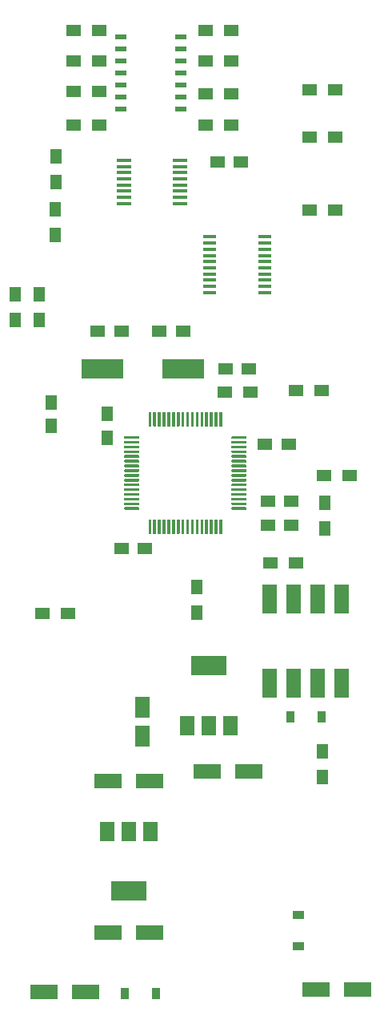
<source format=gbr>
G04 #@! TF.GenerationSoftware,KiCad,Pcbnew,(5.1.4)-1*
G04 #@! TF.CreationDate,2019-11-26T14:30:42+00:00*
G04 #@! TF.ProjectId,MidiMonger,4d696469-4d6f-46e6-9765-722e6b696361,rev?*
G04 #@! TF.SameCoordinates,Original*
G04 #@! TF.FileFunction,Paste,Bot*
G04 #@! TF.FilePolarity,Positive*
%FSLAX46Y46*%
G04 Gerber Fmt 4.6, Leading zero omitted, Abs format (unit mm)*
G04 Created by KiCad (PCBNEW (5.1.4)-1) date 2019-11-26 14:30:42*
%MOMM*%
%LPD*%
G04 APERTURE LIST*
%ADD10R,1.450000X0.450000*%
%ADD11R,1.500000X1.300000*%
%ADD12R,1.500000X1.250000*%
%ADD13R,1.250000X1.500000*%
%ADD14R,1.600000X2.200000*%
%ADD15R,3.000000X1.600000*%
%ADD16R,0.900000X1.200000*%
%ADD17R,1.200000X0.900000*%
%ADD18R,1.300000X1.500000*%
%ADD19C,0.100000*%
%ADD20C,0.300000*%
%ADD21R,1.600000X3.100000*%
%ADD22R,1.143000X0.508000*%
%ADD23R,1.500000X2.000000*%
%ADD24R,3.800000X2.000000*%
%ADD25R,1.500000X0.450000*%
%ADD26R,4.500000X2.000000*%
G04 APERTURE END LIST*
D10*
X118050000Y-65575000D03*
X118050000Y-66225000D03*
X118050000Y-66875000D03*
X118050000Y-67525000D03*
X118050000Y-68175000D03*
X118050000Y-68825000D03*
X118050000Y-69475000D03*
X118050000Y-70125000D03*
X118050000Y-70775000D03*
X118050000Y-71425000D03*
X123950000Y-71425000D03*
X123950000Y-70775000D03*
X123950000Y-70125000D03*
X123950000Y-69475000D03*
X123950000Y-68825000D03*
X123950000Y-68175000D03*
X123950000Y-67525000D03*
X123950000Y-66875000D03*
X123950000Y-66225000D03*
X123950000Y-65575000D03*
D11*
X131350000Y-55000000D03*
X128650000Y-55000000D03*
D12*
X126450000Y-87500000D03*
X123950000Y-87500000D03*
X108750000Y-75500000D03*
X106250000Y-75500000D03*
X112750000Y-75500000D03*
X115250000Y-75500000D03*
X124250000Y-96000000D03*
X126750000Y-96000000D03*
X126750000Y-93500000D03*
X124250000Y-93500000D03*
X111250000Y-98500000D03*
X108750000Y-98500000D03*
D13*
X107250000Y-84250000D03*
X107250000Y-86750000D03*
X101300000Y-85550000D03*
X101300000Y-83050000D03*
D14*
X111000000Y-118250000D03*
X111000000Y-115250000D03*
D15*
X117800000Y-122000000D03*
X122200000Y-122000000D03*
X107300000Y-139000000D03*
X111700000Y-139000000D03*
X100550000Y-145250000D03*
X104950000Y-145250000D03*
X133700000Y-145000000D03*
X129300000Y-145000000D03*
X107300000Y-123000000D03*
X111700000Y-123000000D03*
D12*
X119750000Y-79500000D03*
X122250000Y-79500000D03*
X121400000Y-57650000D03*
X118900000Y-57650000D03*
D16*
X112400000Y-145500000D03*
X109100000Y-145500000D03*
D17*
X127500000Y-137150000D03*
X127500000Y-140450000D03*
D11*
X122350000Y-82000000D03*
X119650000Y-82000000D03*
D18*
X130000000Y-122600000D03*
X130000000Y-119900000D03*
D11*
X120350000Y-47000000D03*
X117650000Y-47000000D03*
X127250000Y-100000000D03*
X124550000Y-100000000D03*
X106350000Y-47000000D03*
X103650000Y-47000000D03*
X106350000Y-50250000D03*
X103650000Y-50250000D03*
X120350000Y-50500000D03*
X117650000Y-50500000D03*
X120350000Y-43750000D03*
X117650000Y-43750000D03*
X103650000Y-43750000D03*
X106350000Y-43750000D03*
X103650000Y-53750000D03*
X106350000Y-53750000D03*
X120350000Y-53750000D03*
X117650000Y-53750000D03*
X131350000Y-50000000D03*
X128650000Y-50000000D03*
X128650000Y-62750000D03*
X131350000Y-62750000D03*
X132900000Y-90800000D03*
X130200000Y-90800000D03*
D18*
X101800000Y-59750000D03*
X101800000Y-57050000D03*
X101750000Y-65350000D03*
X101750000Y-62650000D03*
X100000000Y-74350000D03*
X100000000Y-71650000D03*
X97500000Y-71650000D03*
X97500000Y-74350000D03*
D11*
X103100000Y-105300000D03*
X100400000Y-105300000D03*
D18*
X130250000Y-96350000D03*
X130250000Y-93650000D03*
D11*
X129900000Y-81800000D03*
X127200000Y-81800000D03*
D18*
X116750000Y-102550000D03*
X116750000Y-105250000D03*
D19*
G36*
X111832351Y-84050361D02*
G01*
X111839632Y-84051441D01*
X111846771Y-84053229D01*
X111853701Y-84055709D01*
X111860355Y-84058856D01*
X111866668Y-84062640D01*
X111872579Y-84067024D01*
X111878033Y-84071967D01*
X111882976Y-84077421D01*
X111887360Y-84083332D01*
X111891144Y-84089645D01*
X111894291Y-84096299D01*
X111896771Y-84103229D01*
X111898559Y-84110368D01*
X111899639Y-84117649D01*
X111900000Y-84125000D01*
X111900000Y-85525000D01*
X111899639Y-85532351D01*
X111898559Y-85539632D01*
X111896771Y-85546771D01*
X111894291Y-85553701D01*
X111891144Y-85560355D01*
X111887360Y-85566668D01*
X111882976Y-85572579D01*
X111878033Y-85578033D01*
X111872579Y-85582976D01*
X111866668Y-85587360D01*
X111860355Y-85591144D01*
X111853701Y-85594291D01*
X111846771Y-85596771D01*
X111839632Y-85598559D01*
X111832351Y-85599639D01*
X111825000Y-85600000D01*
X111675000Y-85600000D01*
X111667649Y-85599639D01*
X111660368Y-85598559D01*
X111653229Y-85596771D01*
X111646299Y-85594291D01*
X111639645Y-85591144D01*
X111633332Y-85587360D01*
X111627421Y-85582976D01*
X111621967Y-85578033D01*
X111617024Y-85572579D01*
X111612640Y-85566668D01*
X111608856Y-85560355D01*
X111605709Y-85553701D01*
X111603229Y-85546771D01*
X111601441Y-85539632D01*
X111600361Y-85532351D01*
X111600000Y-85525000D01*
X111600000Y-84125000D01*
X111600361Y-84117649D01*
X111601441Y-84110368D01*
X111603229Y-84103229D01*
X111605709Y-84096299D01*
X111608856Y-84089645D01*
X111612640Y-84083332D01*
X111617024Y-84077421D01*
X111621967Y-84071967D01*
X111627421Y-84067024D01*
X111633332Y-84062640D01*
X111639645Y-84058856D01*
X111646299Y-84055709D01*
X111653229Y-84053229D01*
X111660368Y-84051441D01*
X111667649Y-84050361D01*
X111675000Y-84050000D01*
X111825000Y-84050000D01*
X111832351Y-84050361D01*
X111832351Y-84050361D01*
G37*
D20*
X111750000Y-84825000D03*
D19*
G36*
X112332351Y-84050361D02*
G01*
X112339632Y-84051441D01*
X112346771Y-84053229D01*
X112353701Y-84055709D01*
X112360355Y-84058856D01*
X112366668Y-84062640D01*
X112372579Y-84067024D01*
X112378033Y-84071967D01*
X112382976Y-84077421D01*
X112387360Y-84083332D01*
X112391144Y-84089645D01*
X112394291Y-84096299D01*
X112396771Y-84103229D01*
X112398559Y-84110368D01*
X112399639Y-84117649D01*
X112400000Y-84125000D01*
X112400000Y-85525000D01*
X112399639Y-85532351D01*
X112398559Y-85539632D01*
X112396771Y-85546771D01*
X112394291Y-85553701D01*
X112391144Y-85560355D01*
X112387360Y-85566668D01*
X112382976Y-85572579D01*
X112378033Y-85578033D01*
X112372579Y-85582976D01*
X112366668Y-85587360D01*
X112360355Y-85591144D01*
X112353701Y-85594291D01*
X112346771Y-85596771D01*
X112339632Y-85598559D01*
X112332351Y-85599639D01*
X112325000Y-85600000D01*
X112175000Y-85600000D01*
X112167649Y-85599639D01*
X112160368Y-85598559D01*
X112153229Y-85596771D01*
X112146299Y-85594291D01*
X112139645Y-85591144D01*
X112133332Y-85587360D01*
X112127421Y-85582976D01*
X112121967Y-85578033D01*
X112117024Y-85572579D01*
X112112640Y-85566668D01*
X112108856Y-85560355D01*
X112105709Y-85553701D01*
X112103229Y-85546771D01*
X112101441Y-85539632D01*
X112100361Y-85532351D01*
X112100000Y-85525000D01*
X112100000Y-84125000D01*
X112100361Y-84117649D01*
X112101441Y-84110368D01*
X112103229Y-84103229D01*
X112105709Y-84096299D01*
X112108856Y-84089645D01*
X112112640Y-84083332D01*
X112117024Y-84077421D01*
X112121967Y-84071967D01*
X112127421Y-84067024D01*
X112133332Y-84062640D01*
X112139645Y-84058856D01*
X112146299Y-84055709D01*
X112153229Y-84053229D01*
X112160368Y-84051441D01*
X112167649Y-84050361D01*
X112175000Y-84050000D01*
X112325000Y-84050000D01*
X112332351Y-84050361D01*
X112332351Y-84050361D01*
G37*
D20*
X112250000Y-84825000D03*
D19*
G36*
X112832351Y-84050361D02*
G01*
X112839632Y-84051441D01*
X112846771Y-84053229D01*
X112853701Y-84055709D01*
X112860355Y-84058856D01*
X112866668Y-84062640D01*
X112872579Y-84067024D01*
X112878033Y-84071967D01*
X112882976Y-84077421D01*
X112887360Y-84083332D01*
X112891144Y-84089645D01*
X112894291Y-84096299D01*
X112896771Y-84103229D01*
X112898559Y-84110368D01*
X112899639Y-84117649D01*
X112900000Y-84125000D01*
X112900000Y-85525000D01*
X112899639Y-85532351D01*
X112898559Y-85539632D01*
X112896771Y-85546771D01*
X112894291Y-85553701D01*
X112891144Y-85560355D01*
X112887360Y-85566668D01*
X112882976Y-85572579D01*
X112878033Y-85578033D01*
X112872579Y-85582976D01*
X112866668Y-85587360D01*
X112860355Y-85591144D01*
X112853701Y-85594291D01*
X112846771Y-85596771D01*
X112839632Y-85598559D01*
X112832351Y-85599639D01*
X112825000Y-85600000D01*
X112675000Y-85600000D01*
X112667649Y-85599639D01*
X112660368Y-85598559D01*
X112653229Y-85596771D01*
X112646299Y-85594291D01*
X112639645Y-85591144D01*
X112633332Y-85587360D01*
X112627421Y-85582976D01*
X112621967Y-85578033D01*
X112617024Y-85572579D01*
X112612640Y-85566668D01*
X112608856Y-85560355D01*
X112605709Y-85553701D01*
X112603229Y-85546771D01*
X112601441Y-85539632D01*
X112600361Y-85532351D01*
X112600000Y-85525000D01*
X112600000Y-84125000D01*
X112600361Y-84117649D01*
X112601441Y-84110368D01*
X112603229Y-84103229D01*
X112605709Y-84096299D01*
X112608856Y-84089645D01*
X112612640Y-84083332D01*
X112617024Y-84077421D01*
X112621967Y-84071967D01*
X112627421Y-84067024D01*
X112633332Y-84062640D01*
X112639645Y-84058856D01*
X112646299Y-84055709D01*
X112653229Y-84053229D01*
X112660368Y-84051441D01*
X112667649Y-84050361D01*
X112675000Y-84050000D01*
X112825000Y-84050000D01*
X112832351Y-84050361D01*
X112832351Y-84050361D01*
G37*
D20*
X112750000Y-84825000D03*
D19*
G36*
X113332351Y-84050361D02*
G01*
X113339632Y-84051441D01*
X113346771Y-84053229D01*
X113353701Y-84055709D01*
X113360355Y-84058856D01*
X113366668Y-84062640D01*
X113372579Y-84067024D01*
X113378033Y-84071967D01*
X113382976Y-84077421D01*
X113387360Y-84083332D01*
X113391144Y-84089645D01*
X113394291Y-84096299D01*
X113396771Y-84103229D01*
X113398559Y-84110368D01*
X113399639Y-84117649D01*
X113400000Y-84125000D01*
X113400000Y-85525000D01*
X113399639Y-85532351D01*
X113398559Y-85539632D01*
X113396771Y-85546771D01*
X113394291Y-85553701D01*
X113391144Y-85560355D01*
X113387360Y-85566668D01*
X113382976Y-85572579D01*
X113378033Y-85578033D01*
X113372579Y-85582976D01*
X113366668Y-85587360D01*
X113360355Y-85591144D01*
X113353701Y-85594291D01*
X113346771Y-85596771D01*
X113339632Y-85598559D01*
X113332351Y-85599639D01*
X113325000Y-85600000D01*
X113175000Y-85600000D01*
X113167649Y-85599639D01*
X113160368Y-85598559D01*
X113153229Y-85596771D01*
X113146299Y-85594291D01*
X113139645Y-85591144D01*
X113133332Y-85587360D01*
X113127421Y-85582976D01*
X113121967Y-85578033D01*
X113117024Y-85572579D01*
X113112640Y-85566668D01*
X113108856Y-85560355D01*
X113105709Y-85553701D01*
X113103229Y-85546771D01*
X113101441Y-85539632D01*
X113100361Y-85532351D01*
X113100000Y-85525000D01*
X113100000Y-84125000D01*
X113100361Y-84117649D01*
X113101441Y-84110368D01*
X113103229Y-84103229D01*
X113105709Y-84096299D01*
X113108856Y-84089645D01*
X113112640Y-84083332D01*
X113117024Y-84077421D01*
X113121967Y-84071967D01*
X113127421Y-84067024D01*
X113133332Y-84062640D01*
X113139645Y-84058856D01*
X113146299Y-84055709D01*
X113153229Y-84053229D01*
X113160368Y-84051441D01*
X113167649Y-84050361D01*
X113175000Y-84050000D01*
X113325000Y-84050000D01*
X113332351Y-84050361D01*
X113332351Y-84050361D01*
G37*
D20*
X113250000Y-84825000D03*
D19*
G36*
X113832351Y-84050361D02*
G01*
X113839632Y-84051441D01*
X113846771Y-84053229D01*
X113853701Y-84055709D01*
X113860355Y-84058856D01*
X113866668Y-84062640D01*
X113872579Y-84067024D01*
X113878033Y-84071967D01*
X113882976Y-84077421D01*
X113887360Y-84083332D01*
X113891144Y-84089645D01*
X113894291Y-84096299D01*
X113896771Y-84103229D01*
X113898559Y-84110368D01*
X113899639Y-84117649D01*
X113900000Y-84125000D01*
X113900000Y-85525000D01*
X113899639Y-85532351D01*
X113898559Y-85539632D01*
X113896771Y-85546771D01*
X113894291Y-85553701D01*
X113891144Y-85560355D01*
X113887360Y-85566668D01*
X113882976Y-85572579D01*
X113878033Y-85578033D01*
X113872579Y-85582976D01*
X113866668Y-85587360D01*
X113860355Y-85591144D01*
X113853701Y-85594291D01*
X113846771Y-85596771D01*
X113839632Y-85598559D01*
X113832351Y-85599639D01*
X113825000Y-85600000D01*
X113675000Y-85600000D01*
X113667649Y-85599639D01*
X113660368Y-85598559D01*
X113653229Y-85596771D01*
X113646299Y-85594291D01*
X113639645Y-85591144D01*
X113633332Y-85587360D01*
X113627421Y-85582976D01*
X113621967Y-85578033D01*
X113617024Y-85572579D01*
X113612640Y-85566668D01*
X113608856Y-85560355D01*
X113605709Y-85553701D01*
X113603229Y-85546771D01*
X113601441Y-85539632D01*
X113600361Y-85532351D01*
X113600000Y-85525000D01*
X113600000Y-84125000D01*
X113600361Y-84117649D01*
X113601441Y-84110368D01*
X113603229Y-84103229D01*
X113605709Y-84096299D01*
X113608856Y-84089645D01*
X113612640Y-84083332D01*
X113617024Y-84077421D01*
X113621967Y-84071967D01*
X113627421Y-84067024D01*
X113633332Y-84062640D01*
X113639645Y-84058856D01*
X113646299Y-84055709D01*
X113653229Y-84053229D01*
X113660368Y-84051441D01*
X113667649Y-84050361D01*
X113675000Y-84050000D01*
X113825000Y-84050000D01*
X113832351Y-84050361D01*
X113832351Y-84050361D01*
G37*
D20*
X113750000Y-84825000D03*
D19*
G36*
X114332351Y-84050361D02*
G01*
X114339632Y-84051441D01*
X114346771Y-84053229D01*
X114353701Y-84055709D01*
X114360355Y-84058856D01*
X114366668Y-84062640D01*
X114372579Y-84067024D01*
X114378033Y-84071967D01*
X114382976Y-84077421D01*
X114387360Y-84083332D01*
X114391144Y-84089645D01*
X114394291Y-84096299D01*
X114396771Y-84103229D01*
X114398559Y-84110368D01*
X114399639Y-84117649D01*
X114400000Y-84125000D01*
X114400000Y-85525000D01*
X114399639Y-85532351D01*
X114398559Y-85539632D01*
X114396771Y-85546771D01*
X114394291Y-85553701D01*
X114391144Y-85560355D01*
X114387360Y-85566668D01*
X114382976Y-85572579D01*
X114378033Y-85578033D01*
X114372579Y-85582976D01*
X114366668Y-85587360D01*
X114360355Y-85591144D01*
X114353701Y-85594291D01*
X114346771Y-85596771D01*
X114339632Y-85598559D01*
X114332351Y-85599639D01*
X114325000Y-85600000D01*
X114175000Y-85600000D01*
X114167649Y-85599639D01*
X114160368Y-85598559D01*
X114153229Y-85596771D01*
X114146299Y-85594291D01*
X114139645Y-85591144D01*
X114133332Y-85587360D01*
X114127421Y-85582976D01*
X114121967Y-85578033D01*
X114117024Y-85572579D01*
X114112640Y-85566668D01*
X114108856Y-85560355D01*
X114105709Y-85553701D01*
X114103229Y-85546771D01*
X114101441Y-85539632D01*
X114100361Y-85532351D01*
X114100000Y-85525000D01*
X114100000Y-84125000D01*
X114100361Y-84117649D01*
X114101441Y-84110368D01*
X114103229Y-84103229D01*
X114105709Y-84096299D01*
X114108856Y-84089645D01*
X114112640Y-84083332D01*
X114117024Y-84077421D01*
X114121967Y-84071967D01*
X114127421Y-84067024D01*
X114133332Y-84062640D01*
X114139645Y-84058856D01*
X114146299Y-84055709D01*
X114153229Y-84053229D01*
X114160368Y-84051441D01*
X114167649Y-84050361D01*
X114175000Y-84050000D01*
X114325000Y-84050000D01*
X114332351Y-84050361D01*
X114332351Y-84050361D01*
G37*
D20*
X114250000Y-84825000D03*
D19*
G36*
X114832351Y-84050361D02*
G01*
X114839632Y-84051441D01*
X114846771Y-84053229D01*
X114853701Y-84055709D01*
X114860355Y-84058856D01*
X114866668Y-84062640D01*
X114872579Y-84067024D01*
X114878033Y-84071967D01*
X114882976Y-84077421D01*
X114887360Y-84083332D01*
X114891144Y-84089645D01*
X114894291Y-84096299D01*
X114896771Y-84103229D01*
X114898559Y-84110368D01*
X114899639Y-84117649D01*
X114900000Y-84125000D01*
X114900000Y-85525000D01*
X114899639Y-85532351D01*
X114898559Y-85539632D01*
X114896771Y-85546771D01*
X114894291Y-85553701D01*
X114891144Y-85560355D01*
X114887360Y-85566668D01*
X114882976Y-85572579D01*
X114878033Y-85578033D01*
X114872579Y-85582976D01*
X114866668Y-85587360D01*
X114860355Y-85591144D01*
X114853701Y-85594291D01*
X114846771Y-85596771D01*
X114839632Y-85598559D01*
X114832351Y-85599639D01*
X114825000Y-85600000D01*
X114675000Y-85600000D01*
X114667649Y-85599639D01*
X114660368Y-85598559D01*
X114653229Y-85596771D01*
X114646299Y-85594291D01*
X114639645Y-85591144D01*
X114633332Y-85587360D01*
X114627421Y-85582976D01*
X114621967Y-85578033D01*
X114617024Y-85572579D01*
X114612640Y-85566668D01*
X114608856Y-85560355D01*
X114605709Y-85553701D01*
X114603229Y-85546771D01*
X114601441Y-85539632D01*
X114600361Y-85532351D01*
X114600000Y-85525000D01*
X114600000Y-84125000D01*
X114600361Y-84117649D01*
X114601441Y-84110368D01*
X114603229Y-84103229D01*
X114605709Y-84096299D01*
X114608856Y-84089645D01*
X114612640Y-84083332D01*
X114617024Y-84077421D01*
X114621967Y-84071967D01*
X114627421Y-84067024D01*
X114633332Y-84062640D01*
X114639645Y-84058856D01*
X114646299Y-84055709D01*
X114653229Y-84053229D01*
X114660368Y-84051441D01*
X114667649Y-84050361D01*
X114675000Y-84050000D01*
X114825000Y-84050000D01*
X114832351Y-84050361D01*
X114832351Y-84050361D01*
G37*
D20*
X114750000Y-84825000D03*
D19*
G36*
X115332351Y-84050361D02*
G01*
X115339632Y-84051441D01*
X115346771Y-84053229D01*
X115353701Y-84055709D01*
X115360355Y-84058856D01*
X115366668Y-84062640D01*
X115372579Y-84067024D01*
X115378033Y-84071967D01*
X115382976Y-84077421D01*
X115387360Y-84083332D01*
X115391144Y-84089645D01*
X115394291Y-84096299D01*
X115396771Y-84103229D01*
X115398559Y-84110368D01*
X115399639Y-84117649D01*
X115400000Y-84125000D01*
X115400000Y-85525000D01*
X115399639Y-85532351D01*
X115398559Y-85539632D01*
X115396771Y-85546771D01*
X115394291Y-85553701D01*
X115391144Y-85560355D01*
X115387360Y-85566668D01*
X115382976Y-85572579D01*
X115378033Y-85578033D01*
X115372579Y-85582976D01*
X115366668Y-85587360D01*
X115360355Y-85591144D01*
X115353701Y-85594291D01*
X115346771Y-85596771D01*
X115339632Y-85598559D01*
X115332351Y-85599639D01*
X115325000Y-85600000D01*
X115175000Y-85600000D01*
X115167649Y-85599639D01*
X115160368Y-85598559D01*
X115153229Y-85596771D01*
X115146299Y-85594291D01*
X115139645Y-85591144D01*
X115133332Y-85587360D01*
X115127421Y-85582976D01*
X115121967Y-85578033D01*
X115117024Y-85572579D01*
X115112640Y-85566668D01*
X115108856Y-85560355D01*
X115105709Y-85553701D01*
X115103229Y-85546771D01*
X115101441Y-85539632D01*
X115100361Y-85532351D01*
X115100000Y-85525000D01*
X115100000Y-84125000D01*
X115100361Y-84117649D01*
X115101441Y-84110368D01*
X115103229Y-84103229D01*
X115105709Y-84096299D01*
X115108856Y-84089645D01*
X115112640Y-84083332D01*
X115117024Y-84077421D01*
X115121967Y-84071967D01*
X115127421Y-84067024D01*
X115133332Y-84062640D01*
X115139645Y-84058856D01*
X115146299Y-84055709D01*
X115153229Y-84053229D01*
X115160368Y-84051441D01*
X115167649Y-84050361D01*
X115175000Y-84050000D01*
X115325000Y-84050000D01*
X115332351Y-84050361D01*
X115332351Y-84050361D01*
G37*
D20*
X115250000Y-84825000D03*
D19*
G36*
X115832351Y-84050361D02*
G01*
X115839632Y-84051441D01*
X115846771Y-84053229D01*
X115853701Y-84055709D01*
X115860355Y-84058856D01*
X115866668Y-84062640D01*
X115872579Y-84067024D01*
X115878033Y-84071967D01*
X115882976Y-84077421D01*
X115887360Y-84083332D01*
X115891144Y-84089645D01*
X115894291Y-84096299D01*
X115896771Y-84103229D01*
X115898559Y-84110368D01*
X115899639Y-84117649D01*
X115900000Y-84125000D01*
X115900000Y-85525000D01*
X115899639Y-85532351D01*
X115898559Y-85539632D01*
X115896771Y-85546771D01*
X115894291Y-85553701D01*
X115891144Y-85560355D01*
X115887360Y-85566668D01*
X115882976Y-85572579D01*
X115878033Y-85578033D01*
X115872579Y-85582976D01*
X115866668Y-85587360D01*
X115860355Y-85591144D01*
X115853701Y-85594291D01*
X115846771Y-85596771D01*
X115839632Y-85598559D01*
X115832351Y-85599639D01*
X115825000Y-85600000D01*
X115675000Y-85600000D01*
X115667649Y-85599639D01*
X115660368Y-85598559D01*
X115653229Y-85596771D01*
X115646299Y-85594291D01*
X115639645Y-85591144D01*
X115633332Y-85587360D01*
X115627421Y-85582976D01*
X115621967Y-85578033D01*
X115617024Y-85572579D01*
X115612640Y-85566668D01*
X115608856Y-85560355D01*
X115605709Y-85553701D01*
X115603229Y-85546771D01*
X115601441Y-85539632D01*
X115600361Y-85532351D01*
X115600000Y-85525000D01*
X115600000Y-84125000D01*
X115600361Y-84117649D01*
X115601441Y-84110368D01*
X115603229Y-84103229D01*
X115605709Y-84096299D01*
X115608856Y-84089645D01*
X115612640Y-84083332D01*
X115617024Y-84077421D01*
X115621967Y-84071967D01*
X115627421Y-84067024D01*
X115633332Y-84062640D01*
X115639645Y-84058856D01*
X115646299Y-84055709D01*
X115653229Y-84053229D01*
X115660368Y-84051441D01*
X115667649Y-84050361D01*
X115675000Y-84050000D01*
X115825000Y-84050000D01*
X115832351Y-84050361D01*
X115832351Y-84050361D01*
G37*
D20*
X115750000Y-84825000D03*
D19*
G36*
X116332351Y-84050361D02*
G01*
X116339632Y-84051441D01*
X116346771Y-84053229D01*
X116353701Y-84055709D01*
X116360355Y-84058856D01*
X116366668Y-84062640D01*
X116372579Y-84067024D01*
X116378033Y-84071967D01*
X116382976Y-84077421D01*
X116387360Y-84083332D01*
X116391144Y-84089645D01*
X116394291Y-84096299D01*
X116396771Y-84103229D01*
X116398559Y-84110368D01*
X116399639Y-84117649D01*
X116400000Y-84125000D01*
X116400000Y-85525000D01*
X116399639Y-85532351D01*
X116398559Y-85539632D01*
X116396771Y-85546771D01*
X116394291Y-85553701D01*
X116391144Y-85560355D01*
X116387360Y-85566668D01*
X116382976Y-85572579D01*
X116378033Y-85578033D01*
X116372579Y-85582976D01*
X116366668Y-85587360D01*
X116360355Y-85591144D01*
X116353701Y-85594291D01*
X116346771Y-85596771D01*
X116339632Y-85598559D01*
X116332351Y-85599639D01*
X116325000Y-85600000D01*
X116175000Y-85600000D01*
X116167649Y-85599639D01*
X116160368Y-85598559D01*
X116153229Y-85596771D01*
X116146299Y-85594291D01*
X116139645Y-85591144D01*
X116133332Y-85587360D01*
X116127421Y-85582976D01*
X116121967Y-85578033D01*
X116117024Y-85572579D01*
X116112640Y-85566668D01*
X116108856Y-85560355D01*
X116105709Y-85553701D01*
X116103229Y-85546771D01*
X116101441Y-85539632D01*
X116100361Y-85532351D01*
X116100000Y-85525000D01*
X116100000Y-84125000D01*
X116100361Y-84117649D01*
X116101441Y-84110368D01*
X116103229Y-84103229D01*
X116105709Y-84096299D01*
X116108856Y-84089645D01*
X116112640Y-84083332D01*
X116117024Y-84077421D01*
X116121967Y-84071967D01*
X116127421Y-84067024D01*
X116133332Y-84062640D01*
X116139645Y-84058856D01*
X116146299Y-84055709D01*
X116153229Y-84053229D01*
X116160368Y-84051441D01*
X116167649Y-84050361D01*
X116175000Y-84050000D01*
X116325000Y-84050000D01*
X116332351Y-84050361D01*
X116332351Y-84050361D01*
G37*
D20*
X116250000Y-84825000D03*
D19*
G36*
X116832351Y-84050361D02*
G01*
X116839632Y-84051441D01*
X116846771Y-84053229D01*
X116853701Y-84055709D01*
X116860355Y-84058856D01*
X116866668Y-84062640D01*
X116872579Y-84067024D01*
X116878033Y-84071967D01*
X116882976Y-84077421D01*
X116887360Y-84083332D01*
X116891144Y-84089645D01*
X116894291Y-84096299D01*
X116896771Y-84103229D01*
X116898559Y-84110368D01*
X116899639Y-84117649D01*
X116900000Y-84125000D01*
X116900000Y-85525000D01*
X116899639Y-85532351D01*
X116898559Y-85539632D01*
X116896771Y-85546771D01*
X116894291Y-85553701D01*
X116891144Y-85560355D01*
X116887360Y-85566668D01*
X116882976Y-85572579D01*
X116878033Y-85578033D01*
X116872579Y-85582976D01*
X116866668Y-85587360D01*
X116860355Y-85591144D01*
X116853701Y-85594291D01*
X116846771Y-85596771D01*
X116839632Y-85598559D01*
X116832351Y-85599639D01*
X116825000Y-85600000D01*
X116675000Y-85600000D01*
X116667649Y-85599639D01*
X116660368Y-85598559D01*
X116653229Y-85596771D01*
X116646299Y-85594291D01*
X116639645Y-85591144D01*
X116633332Y-85587360D01*
X116627421Y-85582976D01*
X116621967Y-85578033D01*
X116617024Y-85572579D01*
X116612640Y-85566668D01*
X116608856Y-85560355D01*
X116605709Y-85553701D01*
X116603229Y-85546771D01*
X116601441Y-85539632D01*
X116600361Y-85532351D01*
X116600000Y-85525000D01*
X116600000Y-84125000D01*
X116600361Y-84117649D01*
X116601441Y-84110368D01*
X116603229Y-84103229D01*
X116605709Y-84096299D01*
X116608856Y-84089645D01*
X116612640Y-84083332D01*
X116617024Y-84077421D01*
X116621967Y-84071967D01*
X116627421Y-84067024D01*
X116633332Y-84062640D01*
X116639645Y-84058856D01*
X116646299Y-84055709D01*
X116653229Y-84053229D01*
X116660368Y-84051441D01*
X116667649Y-84050361D01*
X116675000Y-84050000D01*
X116825000Y-84050000D01*
X116832351Y-84050361D01*
X116832351Y-84050361D01*
G37*
D20*
X116750000Y-84825000D03*
D19*
G36*
X117332351Y-84050361D02*
G01*
X117339632Y-84051441D01*
X117346771Y-84053229D01*
X117353701Y-84055709D01*
X117360355Y-84058856D01*
X117366668Y-84062640D01*
X117372579Y-84067024D01*
X117378033Y-84071967D01*
X117382976Y-84077421D01*
X117387360Y-84083332D01*
X117391144Y-84089645D01*
X117394291Y-84096299D01*
X117396771Y-84103229D01*
X117398559Y-84110368D01*
X117399639Y-84117649D01*
X117400000Y-84125000D01*
X117400000Y-85525000D01*
X117399639Y-85532351D01*
X117398559Y-85539632D01*
X117396771Y-85546771D01*
X117394291Y-85553701D01*
X117391144Y-85560355D01*
X117387360Y-85566668D01*
X117382976Y-85572579D01*
X117378033Y-85578033D01*
X117372579Y-85582976D01*
X117366668Y-85587360D01*
X117360355Y-85591144D01*
X117353701Y-85594291D01*
X117346771Y-85596771D01*
X117339632Y-85598559D01*
X117332351Y-85599639D01*
X117325000Y-85600000D01*
X117175000Y-85600000D01*
X117167649Y-85599639D01*
X117160368Y-85598559D01*
X117153229Y-85596771D01*
X117146299Y-85594291D01*
X117139645Y-85591144D01*
X117133332Y-85587360D01*
X117127421Y-85582976D01*
X117121967Y-85578033D01*
X117117024Y-85572579D01*
X117112640Y-85566668D01*
X117108856Y-85560355D01*
X117105709Y-85553701D01*
X117103229Y-85546771D01*
X117101441Y-85539632D01*
X117100361Y-85532351D01*
X117100000Y-85525000D01*
X117100000Y-84125000D01*
X117100361Y-84117649D01*
X117101441Y-84110368D01*
X117103229Y-84103229D01*
X117105709Y-84096299D01*
X117108856Y-84089645D01*
X117112640Y-84083332D01*
X117117024Y-84077421D01*
X117121967Y-84071967D01*
X117127421Y-84067024D01*
X117133332Y-84062640D01*
X117139645Y-84058856D01*
X117146299Y-84055709D01*
X117153229Y-84053229D01*
X117160368Y-84051441D01*
X117167649Y-84050361D01*
X117175000Y-84050000D01*
X117325000Y-84050000D01*
X117332351Y-84050361D01*
X117332351Y-84050361D01*
G37*
D20*
X117250000Y-84825000D03*
D19*
G36*
X117832351Y-84050361D02*
G01*
X117839632Y-84051441D01*
X117846771Y-84053229D01*
X117853701Y-84055709D01*
X117860355Y-84058856D01*
X117866668Y-84062640D01*
X117872579Y-84067024D01*
X117878033Y-84071967D01*
X117882976Y-84077421D01*
X117887360Y-84083332D01*
X117891144Y-84089645D01*
X117894291Y-84096299D01*
X117896771Y-84103229D01*
X117898559Y-84110368D01*
X117899639Y-84117649D01*
X117900000Y-84125000D01*
X117900000Y-85525000D01*
X117899639Y-85532351D01*
X117898559Y-85539632D01*
X117896771Y-85546771D01*
X117894291Y-85553701D01*
X117891144Y-85560355D01*
X117887360Y-85566668D01*
X117882976Y-85572579D01*
X117878033Y-85578033D01*
X117872579Y-85582976D01*
X117866668Y-85587360D01*
X117860355Y-85591144D01*
X117853701Y-85594291D01*
X117846771Y-85596771D01*
X117839632Y-85598559D01*
X117832351Y-85599639D01*
X117825000Y-85600000D01*
X117675000Y-85600000D01*
X117667649Y-85599639D01*
X117660368Y-85598559D01*
X117653229Y-85596771D01*
X117646299Y-85594291D01*
X117639645Y-85591144D01*
X117633332Y-85587360D01*
X117627421Y-85582976D01*
X117621967Y-85578033D01*
X117617024Y-85572579D01*
X117612640Y-85566668D01*
X117608856Y-85560355D01*
X117605709Y-85553701D01*
X117603229Y-85546771D01*
X117601441Y-85539632D01*
X117600361Y-85532351D01*
X117600000Y-85525000D01*
X117600000Y-84125000D01*
X117600361Y-84117649D01*
X117601441Y-84110368D01*
X117603229Y-84103229D01*
X117605709Y-84096299D01*
X117608856Y-84089645D01*
X117612640Y-84083332D01*
X117617024Y-84077421D01*
X117621967Y-84071967D01*
X117627421Y-84067024D01*
X117633332Y-84062640D01*
X117639645Y-84058856D01*
X117646299Y-84055709D01*
X117653229Y-84053229D01*
X117660368Y-84051441D01*
X117667649Y-84050361D01*
X117675000Y-84050000D01*
X117825000Y-84050000D01*
X117832351Y-84050361D01*
X117832351Y-84050361D01*
G37*
D20*
X117750000Y-84825000D03*
D19*
G36*
X118332351Y-84050361D02*
G01*
X118339632Y-84051441D01*
X118346771Y-84053229D01*
X118353701Y-84055709D01*
X118360355Y-84058856D01*
X118366668Y-84062640D01*
X118372579Y-84067024D01*
X118378033Y-84071967D01*
X118382976Y-84077421D01*
X118387360Y-84083332D01*
X118391144Y-84089645D01*
X118394291Y-84096299D01*
X118396771Y-84103229D01*
X118398559Y-84110368D01*
X118399639Y-84117649D01*
X118400000Y-84125000D01*
X118400000Y-85525000D01*
X118399639Y-85532351D01*
X118398559Y-85539632D01*
X118396771Y-85546771D01*
X118394291Y-85553701D01*
X118391144Y-85560355D01*
X118387360Y-85566668D01*
X118382976Y-85572579D01*
X118378033Y-85578033D01*
X118372579Y-85582976D01*
X118366668Y-85587360D01*
X118360355Y-85591144D01*
X118353701Y-85594291D01*
X118346771Y-85596771D01*
X118339632Y-85598559D01*
X118332351Y-85599639D01*
X118325000Y-85600000D01*
X118175000Y-85600000D01*
X118167649Y-85599639D01*
X118160368Y-85598559D01*
X118153229Y-85596771D01*
X118146299Y-85594291D01*
X118139645Y-85591144D01*
X118133332Y-85587360D01*
X118127421Y-85582976D01*
X118121967Y-85578033D01*
X118117024Y-85572579D01*
X118112640Y-85566668D01*
X118108856Y-85560355D01*
X118105709Y-85553701D01*
X118103229Y-85546771D01*
X118101441Y-85539632D01*
X118100361Y-85532351D01*
X118100000Y-85525000D01*
X118100000Y-84125000D01*
X118100361Y-84117649D01*
X118101441Y-84110368D01*
X118103229Y-84103229D01*
X118105709Y-84096299D01*
X118108856Y-84089645D01*
X118112640Y-84083332D01*
X118117024Y-84077421D01*
X118121967Y-84071967D01*
X118127421Y-84067024D01*
X118133332Y-84062640D01*
X118139645Y-84058856D01*
X118146299Y-84055709D01*
X118153229Y-84053229D01*
X118160368Y-84051441D01*
X118167649Y-84050361D01*
X118175000Y-84050000D01*
X118325000Y-84050000D01*
X118332351Y-84050361D01*
X118332351Y-84050361D01*
G37*
D20*
X118250000Y-84825000D03*
D19*
G36*
X118832351Y-84050361D02*
G01*
X118839632Y-84051441D01*
X118846771Y-84053229D01*
X118853701Y-84055709D01*
X118860355Y-84058856D01*
X118866668Y-84062640D01*
X118872579Y-84067024D01*
X118878033Y-84071967D01*
X118882976Y-84077421D01*
X118887360Y-84083332D01*
X118891144Y-84089645D01*
X118894291Y-84096299D01*
X118896771Y-84103229D01*
X118898559Y-84110368D01*
X118899639Y-84117649D01*
X118900000Y-84125000D01*
X118900000Y-85525000D01*
X118899639Y-85532351D01*
X118898559Y-85539632D01*
X118896771Y-85546771D01*
X118894291Y-85553701D01*
X118891144Y-85560355D01*
X118887360Y-85566668D01*
X118882976Y-85572579D01*
X118878033Y-85578033D01*
X118872579Y-85582976D01*
X118866668Y-85587360D01*
X118860355Y-85591144D01*
X118853701Y-85594291D01*
X118846771Y-85596771D01*
X118839632Y-85598559D01*
X118832351Y-85599639D01*
X118825000Y-85600000D01*
X118675000Y-85600000D01*
X118667649Y-85599639D01*
X118660368Y-85598559D01*
X118653229Y-85596771D01*
X118646299Y-85594291D01*
X118639645Y-85591144D01*
X118633332Y-85587360D01*
X118627421Y-85582976D01*
X118621967Y-85578033D01*
X118617024Y-85572579D01*
X118612640Y-85566668D01*
X118608856Y-85560355D01*
X118605709Y-85553701D01*
X118603229Y-85546771D01*
X118601441Y-85539632D01*
X118600361Y-85532351D01*
X118600000Y-85525000D01*
X118600000Y-84125000D01*
X118600361Y-84117649D01*
X118601441Y-84110368D01*
X118603229Y-84103229D01*
X118605709Y-84096299D01*
X118608856Y-84089645D01*
X118612640Y-84083332D01*
X118617024Y-84077421D01*
X118621967Y-84071967D01*
X118627421Y-84067024D01*
X118633332Y-84062640D01*
X118639645Y-84058856D01*
X118646299Y-84055709D01*
X118653229Y-84053229D01*
X118660368Y-84051441D01*
X118667649Y-84050361D01*
X118675000Y-84050000D01*
X118825000Y-84050000D01*
X118832351Y-84050361D01*
X118832351Y-84050361D01*
G37*
D20*
X118750000Y-84825000D03*
D19*
G36*
X119332351Y-84050361D02*
G01*
X119339632Y-84051441D01*
X119346771Y-84053229D01*
X119353701Y-84055709D01*
X119360355Y-84058856D01*
X119366668Y-84062640D01*
X119372579Y-84067024D01*
X119378033Y-84071967D01*
X119382976Y-84077421D01*
X119387360Y-84083332D01*
X119391144Y-84089645D01*
X119394291Y-84096299D01*
X119396771Y-84103229D01*
X119398559Y-84110368D01*
X119399639Y-84117649D01*
X119400000Y-84125000D01*
X119400000Y-85525000D01*
X119399639Y-85532351D01*
X119398559Y-85539632D01*
X119396771Y-85546771D01*
X119394291Y-85553701D01*
X119391144Y-85560355D01*
X119387360Y-85566668D01*
X119382976Y-85572579D01*
X119378033Y-85578033D01*
X119372579Y-85582976D01*
X119366668Y-85587360D01*
X119360355Y-85591144D01*
X119353701Y-85594291D01*
X119346771Y-85596771D01*
X119339632Y-85598559D01*
X119332351Y-85599639D01*
X119325000Y-85600000D01*
X119175000Y-85600000D01*
X119167649Y-85599639D01*
X119160368Y-85598559D01*
X119153229Y-85596771D01*
X119146299Y-85594291D01*
X119139645Y-85591144D01*
X119133332Y-85587360D01*
X119127421Y-85582976D01*
X119121967Y-85578033D01*
X119117024Y-85572579D01*
X119112640Y-85566668D01*
X119108856Y-85560355D01*
X119105709Y-85553701D01*
X119103229Y-85546771D01*
X119101441Y-85539632D01*
X119100361Y-85532351D01*
X119100000Y-85525000D01*
X119100000Y-84125000D01*
X119100361Y-84117649D01*
X119101441Y-84110368D01*
X119103229Y-84103229D01*
X119105709Y-84096299D01*
X119108856Y-84089645D01*
X119112640Y-84083332D01*
X119117024Y-84077421D01*
X119121967Y-84071967D01*
X119127421Y-84067024D01*
X119133332Y-84062640D01*
X119139645Y-84058856D01*
X119146299Y-84055709D01*
X119153229Y-84053229D01*
X119160368Y-84051441D01*
X119167649Y-84050361D01*
X119175000Y-84050000D01*
X119325000Y-84050000D01*
X119332351Y-84050361D01*
X119332351Y-84050361D01*
G37*
D20*
X119250000Y-84825000D03*
D19*
G36*
X121882351Y-86600361D02*
G01*
X121889632Y-86601441D01*
X121896771Y-86603229D01*
X121903701Y-86605709D01*
X121910355Y-86608856D01*
X121916668Y-86612640D01*
X121922579Y-86617024D01*
X121928033Y-86621967D01*
X121932976Y-86627421D01*
X121937360Y-86633332D01*
X121941144Y-86639645D01*
X121944291Y-86646299D01*
X121946771Y-86653229D01*
X121948559Y-86660368D01*
X121949639Y-86667649D01*
X121950000Y-86675000D01*
X121950000Y-86825000D01*
X121949639Y-86832351D01*
X121948559Y-86839632D01*
X121946771Y-86846771D01*
X121944291Y-86853701D01*
X121941144Y-86860355D01*
X121937360Y-86866668D01*
X121932976Y-86872579D01*
X121928033Y-86878033D01*
X121922579Y-86882976D01*
X121916668Y-86887360D01*
X121910355Y-86891144D01*
X121903701Y-86894291D01*
X121896771Y-86896771D01*
X121889632Y-86898559D01*
X121882351Y-86899639D01*
X121875000Y-86900000D01*
X120475000Y-86900000D01*
X120467649Y-86899639D01*
X120460368Y-86898559D01*
X120453229Y-86896771D01*
X120446299Y-86894291D01*
X120439645Y-86891144D01*
X120433332Y-86887360D01*
X120427421Y-86882976D01*
X120421967Y-86878033D01*
X120417024Y-86872579D01*
X120412640Y-86866668D01*
X120408856Y-86860355D01*
X120405709Y-86853701D01*
X120403229Y-86846771D01*
X120401441Y-86839632D01*
X120400361Y-86832351D01*
X120400000Y-86825000D01*
X120400000Y-86675000D01*
X120400361Y-86667649D01*
X120401441Y-86660368D01*
X120403229Y-86653229D01*
X120405709Y-86646299D01*
X120408856Y-86639645D01*
X120412640Y-86633332D01*
X120417024Y-86627421D01*
X120421967Y-86621967D01*
X120427421Y-86617024D01*
X120433332Y-86612640D01*
X120439645Y-86608856D01*
X120446299Y-86605709D01*
X120453229Y-86603229D01*
X120460368Y-86601441D01*
X120467649Y-86600361D01*
X120475000Y-86600000D01*
X121875000Y-86600000D01*
X121882351Y-86600361D01*
X121882351Y-86600361D01*
G37*
D20*
X121175000Y-86750000D03*
D19*
G36*
X121882351Y-87100361D02*
G01*
X121889632Y-87101441D01*
X121896771Y-87103229D01*
X121903701Y-87105709D01*
X121910355Y-87108856D01*
X121916668Y-87112640D01*
X121922579Y-87117024D01*
X121928033Y-87121967D01*
X121932976Y-87127421D01*
X121937360Y-87133332D01*
X121941144Y-87139645D01*
X121944291Y-87146299D01*
X121946771Y-87153229D01*
X121948559Y-87160368D01*
X121949639Y-87167649D01*
X121950000Y-87175000D01*
X121950000Y-87325000D01*
X121949639Y-87332351D01*
X121948559Y-87339632D01*
X121946771Y-87346771D01*
X121944291Y-87353701D01*
X121941144Y-87360355D01*
X121937360Y-87366668D01*
X121932976Y-87372579D01*
X121928033Y-87378033D01*
X121922579Y-87382976D01*
X121916668Y-87387360D01*
X121910355Y-87391144D01*
X121903701Y-87394291D01*
X121896771Y-87396771D01*
X121889632Y-87398559D01*
X121882351Y-87399639D01*
X121875000Y-87400000D01*
X120475000Y-87400000D01*
X120467649Y-87399639D01*
X120460368Y-87398559D01*
X120453229Y-87396771D01*
X120446299Y-87394291D01*
X120439645Y-87391144D01*
X120433332Y-87387360D01*
X120427421Y-87382976D01*
X120421967Y-87378033D01*
X120417024Y-87372579D01*
X120412640Y-87366668D01*
X120408856Y-87360355D01*
X120405709Y-87353701D01*
X120403229Y-87346771D01*
X120401441Y-87339632D01*
X120400361Y-87332351D01*
X120400000Y-87325000D01*
X120400000Y-87175000D01*
X120400361Y-87167649D01*
X120401441Y-87160368D01*
X120403229Y-87153229D01*
X120405709Y-87146299D01*
X120408856Y-87139645D01*
X120412640Y-87133332D01*
X120417024Y-87127421D01*
X120421967Y-87121967D01*
X120427421Y-87117024D01*
X120433332Y-87112640D01*
X120439645Y-87108856D01*
X120446299Y-87105709D01*
X120453229Y-87103229D01*
X120460368Y-87101441D01*
X120467649Y-87100361D01*
X120475000Y-87100000D01*
X121875000Y-87100000D01*
X121882351Y-87100361D01*
X121882351Y-87100361D01*
G37*
D20*
X121175000Y-87250000D03*
D19*
G36*
X121882351Y-87600361D02*
G01*
X121889632Y-87601441D01*
X121896771Y-87603229D01*
X121903701Y-87605709D01*
X121910355Y-87608856D01*
X121916668Y-87612640D01*
X121922579Y-87617024D01*
X121928033Y-87621967D01*
X121932976Y-87627421D01*
X121937360Y-87633332D01*
X121941144Y-87639645D01*
X121944291Y-87646299D01*
X121946771Y-87653229D01*
X121948559Y-87660368D01*
X121949639Y-87667649D01*
X121950000Y-87675000D01*
X121950000Y-87825000D01*
X121949639Y-87832351D01*
X121948559Y-87839632D01*
X121946771Y-87846771D01*
X121944291Y-87853701D01*
X121941144Y-87860355D01*
X121937360Y-87866668D01*
X121932976Y-87872579D01*
X121928033Y-87878033D01*
X121922579Y-87882976D01*
X121916668Y-87887360D01*
X121910355Y-87891144D01*
X121903701Y-87894291D01*
X121896771Y-87896771D01*
X121889632Y-87898559D01*
X121882351Y-87899639D01*
X121875000Y-87900000D01*
X120475000Y-87900000D01*
X120467649Y-87899639D01*
X120460368Y-87898559D01*
X120453229Y-87896771D01*
X120446299Y-87894291D01*
X120439645Y-87891144D01*
X120433332Y-87887360D01*
X120427421Y-87882976D01*
X120421967Y-87878033D01*
X120417024Y-87872579D01*
X120412640Y-87866668D01*
X120408856Y-87860355D01*
X120405709Y-87853701D01*
X120403229Y-87846771D01*
X120401441Y-87839632D01*
X120400361Y-87832351D01*
X120400000Y-87825000D01*
X120400000Y-87675000D01*
X120400361Y-87667649D01*
X120401441Y-87660368D01*
X120403229Y-87653229D01*
X120405709Y-87646299D01*
X120408856Y-87639645D01*
X120412640Y-87633332D01*
X120417024Y-87627421D01*
X120421967Y-87621967D01*
X120427421Y-87617024D01*
X120433332Y-87612640D01*
X120439645Y-87608856D01*
X120446299Y-87605709D01*
X120453229Y-87603229D01*
X120460368Y-87601441D01*
X120467649Y-87600361D01*
X120475000Y-87600000D01*
X121875000Y-87600000D01*
X121882351Y-87600361D01*
X121882351Y-87600361D01*
G37*
D20*
X121175000Y-87750000D03*
D19*
G36*
X121882351Y-88100361D02*
G01*
X121889632Y-88101441D01*
X121896771Y-88103229D01*
X121903701Y-88105709D01*
X121910355Y-88108856D01*
X121916668Y-88112640D01*
X121922579Y-88117024D01*
X121928033Y-88121967D01*
X121932976Y-88127421D01*
X121937360Y-88133332D01*
X121941144Y-88139645D01*
X121944291Y-88146299D01*
X121946771Y-88153229D01*
X121948559Y-88160368D01*
X121949639Y-88167649D01*
X121950000Y-88175000D01*
X121950000Y-88325000D01*
X121949639Y-88332351D01*
X121948559Y-88339632D01*
X121946771Y-88346771D01*
X121944291Y-88353701D01*
X121941144Y-88360355D01*
X121937360Y-88366668D01*
X121932976Y-88372579D01*
X121928033Y-88378033D01*
X121922579Y-88382976D01*
X121916668Y-88387360D01*
X121910355Y-88391144D01*
X121903701Y-88394291D01*
X121896771Y-88396771D01*
X121889632Y-88398559D01*
X121882351Y-88399639D01*
X121875000Y-88400000D01*
X120475000Y-88400000D01*
X120467649Y-88399639D01*
X120460368Y-88398559D01*
X120453229Y-88396771D01*
X120446299Y-88394291D01*
X120439645Y-88391144D01*
X120433332Y-88387360D01*
X120427421Y-88382976D01*
X120421967Y-88378033D01*
X120417024Y-88372579D01*
X120412640Y-88366668D01*
X120408856Y-88360355D01*
X120405709Y-88353701D01*
X120403229Y-88346771D01*
X120401441Y-88339632D01*
X120400361Y-88332351D01*
X120400000Y-88325000D01*
X120400000Y-88175000D01*
X120400361Y-88167649D01*
X120401441Y-88160368D01*
X120403229Y-88153229D01*
X120405709Y-88146299D01*
X120408856Y-88139645D01*
X120412640Y-88133332D01*
X120417024Y-88127421D01*
X120421967Y-88121967D01*
X120427421Y-88117024D01*
X120433332Y-88112640D01*
X120439645Y-88108856D01*
X120446299Y-88105709D01*
X120453229Y-88103229D01*
X120460368Y-88101441D01*
X120467649Y-88100361D01*
X120475000Y-88100000D01*
X121875000Y-88100000D01*
X121882351Y-88100361D01*
X121882351Y-88100361D01*
G37*
D20*
X121175000Y-88250000D03*
D19*
G36*
X121882351Y-88600361D02*
G01*
X121889632Y-88601441D01*
X121896771Y-88603229D01*
X121903701Y-88605709D01*
X121910355Y-88608856D01*
X121916668Y-88612640D01*
X121922579Y-88617024D01*
X121928033Y-88621967D01*
X121932976Y-88627421D01*
X121937360Y-88633332D01*
X121941144Y-88639645D01*
X121944291Y-88646299D01*
X121946771Y-88653229D01*
X121948559Y-88660368D01*
X121949639Y-88667649D01*
X121950000Y-88675000D01*
X121950000Y-88825000D01*
X121949639Y-88832351D01*
X121948559Y-88839632D01*
X121946771Y-88846771D01*
X121944291Y-88853701D01*
X121941144Y-88860355D01*
X121937360Y-88866668D01*
X121932976Y-88872579D01*
X121928033Y-88878033D01*
X121922579Y-88882976D01*
X121916668Y-88887360D01*
X121910355Y-88891144D01*
X121903701Y-88894291D01*
X121896771Y-88896771D01*
X121889632Y-88898559D01*
X121882351Y-88899639D01*
X121875000Y-88900000D01*
X120475000Y-88900000D01*
X120467649Y-88899639D01*
X120460368Y-88898559D01*
X120453229Y-88896771D01*
X120446299Y-88894291D01*
X120439645Y-88891144D01*
X120433332Y-88887360D01*
X120427421Y-88882976D01*
X120421967Y-88878033D01*
X120417024Y-88872579D01*
X120412640Y-88866668D01*
X120408856Y-88860355D01*
X120405709Y-88853701D01*
X120403229Y-88846771D01*
X120401441Y-88839632D01*
X120400361Y-88832351D01*
X120400000Y-88825000D01*
X120400000Y-88675000D01*
X120400361Y-88667649D01*
X120401441Y-88660368D01*
X120403229Y-88653229D01*
X120405709Y-88646299D01*
X120408856Y-88639645D01*
X120412640Y-88633332D01*
X120417024Y-88627421D01*
X120421967Y-88621967D01*
X120427421Y-88617024D01*
X120433332Y-88612640D01*
X120439645Y-88608856D01*
X120446299Y-88605709D01*
X120453229Y-88603229D01*
X120460368Y-88601441D01*
X120467649Y-88600361D01*
X120475000Y-88600000D01*
X121875000Y-88600000D01*
X121882351Y-88600361D01*
X121882351Y-88600361D01*
G37*
D20*
X121175000Y-88750000D03*
D19*
G36*
X121882351Y-89100361D02*
G01*
X121889632Y-89101441D01*
X121896771Y-89103229D01*
X121903701Y-89105709D01*
X121910355Y-89108856D01*
X121916668Y-89112640D01*
X121922579Y-89117024D01*
X121928033Y-89121967D01*
X121932976Y-89127421D01*
X121937360Y-89133332D01*
X121941144Y-89139645D01*
X121944291Y-89146299D01*
X121946771Y-89153229D01*
X121948559Y-89160368D01*
X121949639Y-89167649D01*
X121950000Y-89175000D01*
X121950000Y-89325000D01*
X121949639Y-89332351D01*
X121948559Y-89339632D01*
X121946771Y-89346771D01*
X121944291Y-89353701D01*
X121941144Y-89360355D01*
X121937360Y-89366668D01*
X121932976Y-89372579D01*
X121928033Y-89378033D01*
X121922579Y-89382976D01*
X121916668Y-89387360D01*
X121910355Y-89391144D01*
X121903701Y-89394291D01*
X121896771Y-89396771D01*
X121889632Y-89398559D01*
X121882351Y-89399639D01*
X121875000Y-89400000D01*
X120475000Y-89400000D01*
X120467649Y-89399639D01*
X120460368Y-89398559D01*
X120453229Y-89396771D01*
X120446299Y-89394291D01*
X120439645Y-89391144D01*
X120433332Y-89387360D01*
X120427421Y-89382976D01*
X120421967Y-89378033D01*
X120417024Y-89372579D01*
X120412640Y-89366668D01*
X120408856Y-89360355D01*
X120405709Y-89353701D01*
X120403229Y-89346771D01*
X120401441Y-89339632D01*
X120400361Y-89332351D01*
X120400000Y-89325000D01*
X120400000Y-89175000D01*
X120400361Y-89167649D01*
X120401441Y-89160368D01*
X120403229Y-89153229D01*
X120405709Y-89146299D01*
X120408856Y-89139645D01*
X120412640Y-89133332D01*
X120417024Y-89127421D01*
X120421967Y-89121967D01*
X120427421Y-89117024D01*
X120433332Y-89112640D01*
X120439645Y-89108856D01*
X120446299Y-89105709D01*
X120453229Y-89103229D01*
X120460368Y-89101441D01*
X120467649Y-89100361D01*
X120475000Y-89100000D01*
X121875000Y-89100000D01*
X121882351Y-89100361D01*
X121882351Y-89100361D01*
G37*
D20*
X121175000Y-89250000D03*
D19*
G36*
X121882351Y-89600361D02*
G01*
X121889632Y-89601441D01*
X121896771Y-89603229D01*
X121903701Y-89605709D01*
X121910355Y-89608856D01*
X121916668Y-89612640D01*
X121922579Y-89617024D01*
X121928033Y-89621967D01*
X121932976Y-89627421D01*
X121937360Y-89633332D01*
X121941144Y-89639645D01*
X121944291Y-89646299D01*
X121946771Y-89653229D01*
X121948559Y-89660368D01*
X121949639Y-89667649D01*
X121950000Y-89675000D01*
X121950000Y-89825000D01*
X121949639Y-89832351D01*
X121948559Y-89839632D01*
X121946771Y-89846771D01*
X121944291Y-89853701D01*
X121941144Y-89860355D01*
X121937360Y-89866668D01*
X121932976Y-89872579D01*
X121928033Y-89878033D01*
X121922579Y-89882976D01*
X121916668Y-89887360D01*
X121910355Y-89891144D01*
X121903701Y-89894291D01*
X121896771Y-89896771D01*
X121889632Y-89898559D01*
X121882351Y-89899639D01*
X121875000Y-89900000D01*
X120475000Y-89900000D01*
X120467649Y-89899639D01*
X120460368Y-89898559D01*
X120453229Y-89896771D01*
X120446299Y-89894291D01*
X120439645Y-89891144D01*
X120433332Y-89887360D01*
X120427421Y-89882976D01*
X120421967Y-89878033D01*
X120417024Y-89872579D01*
X120412640Y-89866668D01*
X120408856Y-89860355D01*
X120405709Y-89853701D01*
X120403229Y-89846771D01*
X120401441Y-89839632D01*
X120400361Y-89832351D01*
X120400000Y-89825000D01*
X120400000Y-89675000D01*
X120400361Y-89667649D01*
X120401441Y-89660368D01*
X120403229Y-89653229D01*
X120405709Y-89646299D01*
X120408856Y-89639645D01*
X120412640Y-89633332D01*
X120417024Y-89627421D01*
X120421967Y-89621967D01*
X120427421Y-89617024D01*
X120433332Y-89612640D01*
X120439645Y-89608856D01*
X120446299Y-89605709D01*
X120453229Y-89603229D01*
X120460368Y-89601441D01*
X120467649Y-89600361D01*
X120475000Y-89600000D01*
X121875000Y-89600000D01*
X121882351Y-89600361D01*
X121882351Y-89600361D01*
G37*
D20*
X121175000Y-89750000D03*
D19*
G36*
X121882351Y-90100361D02*
G01*
X121889632Y-90101441D01*
X121896771Y-90103229D01*
X121903701Y-90105709D01*
X121910355Y-90108856D01*
X121916668Y-90112640D01*
X121922579Y-90117024D01*
X121928033Y-90121967D01*
X121932976Y-90127421D01*
X121937360Y-90133332D01*
X121941144Y-90139645D01*
X121944291Y-90146299D01*
X121946771Y-90153229D01*
X121948559Y-90160368D01*
X121949639Y-90167649D01*
X121950000Y-90175000D01*
X121950000Y-90325000D01*
X121949639Y-90332351D01*
X121948559Y-90339632D01*
X121946771Y-90346771D01*
X121944291Y-90353701D01*
X121941144Y-90360355D01*
X121937360Y-90366668D01*
X121932976Y-90372579D01*
X121928033Y-90378033D01*
X121922579Y-90382976D01*
X121916668Y-90387360D01*
X121910355Y-90391144D01*
X121903701Y-90394291D01*
X121896771Y-90396771D01*
X121889632Y-90398559D01*
X121882351Y-90399639D01*
X121875000Y-90400000D01*
X120475000Y-90400000D01*
X120467649Y-90399639D01*
X120460368Y-90398559D01*
X120453229Y-90396771D01*
X120446299Y-90394291D01*
X120439645Y-90391144D01*
X120433332Y-90387360D01*
X120427421Y-90382976D01*
X120421967Y-90378033D01*
X120417024Y-90372579D01*
X120412640Y-90366668D01*
X120408856Y-90360355D01*
X120405709Y-90353701D01*
X120403229Y-90346771D01*
X120401441Y-90339632D01*
X120400361Y-90332351D01*
X120400000Y-90325000D01*
X120400000Y-90175000D01*
X120400361Y-90167649D01*
X120401441Y-90160368D01*
X120403229Y-90153229D01*
X120405709Y-90146299D01*
X120408856Y-90139645D01*
X120412640Y-90133332D01*
X120417024Y-90127421D01*
X120421967Y-90121967D01*
X120427421Y-90117024D01*
X120433332Y-90112640D01*
X120439645Y-90108856D01*
X120446299Y-90105709D01*
X120453229Y-90103229D01*
X120460368Y-90101441D01*
X120467649Y-90100361D01*
X120475000Y-90100000D01*
X121875000Y-90100000D01*
X121882351Y-90100361D01*
X121882351Y-90100361D01*
G37*
D20*
X121175000Y-90250000D03*
D19*
G36*
X121882351Y-90600361D02*
G01*
X121889632Y-90601441D01*
X121896771Y-90603229D01*
X121903701Y-90605709D01*
X121910355Y-90608856D01*
X121916668Y-90612640D01*
X121922579Y-90617024D01*
X121928033Y-90621967D01*
X121932976Y-90627421D01*
X121937360Y-90633332D01*
X121941144Y-90639645D01*
X121944291Y-90646299D01*
X121946771Y-90653229D01*
X121948559Y-90660368D01*
X121949639Y-90667649D01*
X121950000Y-90675000D01*
X121950000Y-90825000D01*
X121949639Y-90832351D01*
X121948559Y-90839632D01*
X121946771Y-90846771D01*
X121944291Y-90853701D01*
X121941144Y-90860355D01*
X121937360Y-90866668D01*
X121932976Y-90872579D01*
X121928033Y-90878033D01*
X121922579Y-90882976D01*
X121916668Y-90887360D01*
X121910355Y-90891144D01*
X121903701Y-90894291D01*
X121896771Y-90896771D01*
X121889632Y-90898559D01*
X121882351Y-90899639D01*
X121875000Y-90900000D01*
X120475000Y-90900000D01*
X120467649Y-90899639D01*
X120460368Y-90898559D01*
X120453229Y-90896771D01*
X120446299Y-90894291D01*
X120439645Y-90891144D01*
X120433332Y-90887360D01*
X120427421Y-90882976D01*
X120421967Y-90878033D01*
X120417024Y-90872579D01*
X120412640Y-90866668D01*
X120408856Y-90860355D01*
X120405709Y-90853701D01*
X120403229Y-90846771D01*
X120401441Y-90839632D01*
X120400361Y-90832351D01*
X120400000Y-90825000D01*
X120400000Y-90675000D01*
X120400361Y-90667649D01*
X120401441Y-90660368D01*
X120403229Y-90653229D01*
X120405709Y-90646299D01*
X120408856Y-90639645D01*
X120412640Y-90633332D01*
X120417024Y-90627421D01*
X120421967Y-90621967D01*
X120427421Y-90617024D01*
X120433332Y-90612640D01*
X120439645Y-90608856D01*
X120446299Y-90605709D01*
X120453229Y-90603229D01*
X120460368Y-90601441D01*
X120467649Y-90600361D01*
X120475000Y-90600000D01*
X121875000Y-90600000D01*
X121882351Y-90600361D01*
X121882351Y-90600361D01*
G37*
D20*
X121175000Y-90750000D03*
D19*
G36*
X121882351Y-91100361D02*
G01*
X121889632Y-91101441D01*
X121896771Y-91103229D01*
X121903701Y-91105709D01*
X121910355Y-91108856D01*
X121916668Y-91112640D01*
X121922579Y-91117024D01*
X121928033Y-91121967D01*
X121932976Y-91127421D01*
X121937360Y-91133332D01*
X121941144Y-91139645D01*
X121944291Y-91146299D01*
X121946771Y-91153229D01*
X121948559Y-91160368D01*
X121949639Y-91167649D01*
X121950000Y-91175000D01*
X121950000Y-91325000D01*
X121949639Y-91332351D01*
X121948559Y-91339632D01*
X121946771Y-91346771D01*
X121944291Y-91353701D01*
X121941144Y-91360355D01*
X121937360Y-91366668D01*
X121932976Y-91372579D01*
X121928033Y-91378033D01*
X121922579Y-91382976D01*
X121916668Y-91387360D01*
X121910355Y-91391144D01*
X121903701Y-91394291D01*
X121896771Y-91396771D01*
X121889632Y-91398559D01*
X121882351Y-91399639D01*
X121875000Y-91400000D01*
X120475000Y-91400000D01*
X120467649Y-91399639D01*
X120460368Y-91398559D01*
X120453229Y-91396771D01*
X120446299Y-91394291D01*
X120439645Y-91391144D01*
X120433332Y-91387360D01*
X120427421Y-91382976D01*
X120421967Y-91378033D01*
X120417024Y-91372579D01*
X120412640Y-91366668D01*
X120408856Y-91360355D01*
X120405709Y-91353701D01*
X120403229Y-91346771D01*
X120401441Y-91339632D01*
X120400361Y-91332351D01*
X120400000Y-91325000D01*
X120400000Y-91175000D01*
X120400361Y-91167649D01*
X120401441Y-91160368D01*
X120403229Y-91153229D01*
X120405709Y-91146299D01*
X120408856Y-91139645D01*
X120412640Y-91133332D01*
X120417024Y-91127421D01*
X120421967Y-91121967D01*
X120427421Y-91117024D01*
X120433332Y-91112640D01*
X120439645Y-91108856D01*
X120446299Y-91105709D01*
X120453229Y-91103229D01*
X120460368Y-91101441D01*
X120467649Y-91100361D01*
X120475000Y-91100000D01*
X121875000Y-91100000D01*
X121882351Y-91100361D01*
X121882351Y-91100361D01*
G37*
D20*
X121175000Y-91250000D03*
D19*
G36*
X121882351Y-91600361D02*
G01*
X121889632Y-91601441D01*
X121896771Y-91603229D01*
X121903701Y-91605709D01*
X121910355Y-91608856D01*
X121916668Y-91612640D01*
X121922579Y-91617024D01*
X121928033Y-91621967D01*
X121932976Y-91627421D01*
X121937360Y-91633332D01*
X121941144Y-91639645D01*
X121944291Y-91646299D01*
X121946771Y-91653229D01*
X121948559Y-91660368D01*
X121949639Y-91667649D01*
X121950000Y-91675000D01*
X121950000Y-91825000D01*
X121949639Y-91832351D01*
X121948559Y-91839632D01*
X121946771Y-91846771D01*
X121944291Y-91853701D01*
X121941144Y-91860355D01*
X121937360Y-91866668D01*
X121932976Y-91872579D01*
X121928033Y-91878033D01*
X121922579Y-91882976D01*
X121916668Y-91887360D01*
X121910355Y-91891144D01*
X121903701Y-91894291D01*
X121896771Y-91896771D01*
X121889632Y-91898559D01*
X121882351Y-91899639D01*
X121875000Y-91900000D01*
X120475000Y-91900000D01*
X120467649Y-91899639D01*
X120460368Y-91898559D01*
X120453229Y-91896771D01*
X120446299Y-91894291D01*
X120439645Y-91891144D01*
X120433332Y-91887360D01*
X120427421Y-91882976D01*
X120421967Y-91878033D01*
X120417024Y-91872579D01*
X120412640Y-91866668D01*
X120408856Y-91860355D01*
X120405709Y-91853701D01*
X120403229Y-91846771D01*
X120401441Y-91839632D01*
X120400361Y-91832351D01*
X120400000Y-91825000D01*
X120400000Y-91675000D01*
X120400361Y-91667649D01*
X120401441Y-91660368D01*
X120403229Y-91653229D01*
X120405709Y-91646299D01*
X120408856Y-91639645D01*
X120412640Y-91633332D01*
X120417024Y-91627421D01*
X120421967Y-91621967D01*
X120427421Y-91617024D01*
X120433332Y-91612640D01*
X120439645Y-91608856D01*
X120446299Y-91605709D01*
X120453229Y-91603229D01*
X120460368Y-91601441D01*
X120467649Y-91600361D01*
X120475000Y-91600000D01*
X121875000Y-91600000D01*
X121882351Y-91600361D01*
X121882351Y-91600361D01*
G37*
D20*
X121175000Y-91750000D03*
D19*
G36*
X121882351Y-92100361D02*
G01*
X121889632Y-92101441D01*
X121896771Y-92103229D01*
X121903701Y-92105709D01*
X121910355Y-92108856D01*
X121916668Y-92112640D01*
X121922579Y-92117024D01*
X121928033Y-92121967D01*
X121932976Y-92127421D01*
X121937360Y-92133332D01*
X121941144Y-92139645D01*
X121944291Y-92146299D01*
X121946771Y-92153229D01*
X121948559Y-92160368D01*
X121949639Y-92167649D01*
X121950000Y-92175000D01*
X121950000Y-92325000D01*
X121949639Y-92332351D01*
X121948559Y-92339632D01*
X121946771Y-92346771D01*
X121944291Y-92353701D01*
X121941144Y-92360355D01*
X121937360Y-92366668D01*
X121932976Y-92372579D01*
X121928033Y-92378033D01*
X121922579Y-92382976D01*
X121916668Y-92387360D01*
X121910355Y-92391144D01*
X121903701Y-92394291D01*
X121896771Y-92396771D01*
X121889632Y-92398559D01*
X121882351Y-92399639D01*
X121875000Y-92400000D01*
X120475000Y-92400000D01*
X120467649Y-92399639D01*
X120460368Y-92398559D01*
X120453229Y-92396771D01*
X120446299Y-92394291D01*
X120439645Y-92391144D01*
X120433332Y-92387360D01*
X120427421Y-92382976D01*
X120421967Y-92378033D01*
X120417024Y-92372579D01*
X120412640Y-92366668D01*
X120408856Y-92360355D01*
X120405709Y-92353701D01*
X120403229Y-92346771D01*
X120401441Y-92339632D01*
X120400361Y-92332351D01*
X120400000Y-92325000D01*
X120400000Y-92175000D01*
X120400361Y-92167649D01*
X120401441Y-92160368D01*
X120403229Y-92153229D01*
X120405709Y-92146299D01*
X120408856Y-92139645D01*
X120412640Y-92133332D01*
X120417024Y-92127421D01*
X120421967Y-92121967D01*
X120427421Y-92117024D01*
X120433332Y-92112640D01*
X120439645Y-92108856D01*
X120446299Y-92105709D01*
X120453229Y-92103229D01*
X120460368Y-92101441D01*
X120467649Y-92100361D01*
X120475000Y-92100000D01*
X121875000Y-92100000D01*
X121882351Y-92100361D01*
X121882351Y-92100361D01*
G37*
D20*
X121175000Y-92250000D03*
D19*
G36*
X121882351Y-92600361D02*
G01*
X121889632Y-92601441D01*
X121896771Y-92603229D01*
X121903701Y-92605709D01*
X121910355Y-92608856D01*
X121916668Y-92612640D01*
X121922579Y-92617024D01*
X121928033Y-92621967D01*
X121932976Y-92627421D01*
X121937360Y-92633332D01*
X121941144Y-92639645D01*
X121944291Y-92646299D01*
X121946771Y-92653229D01*
X121948559Y-92660368D01*
X121949639Y-92667649D01*
X121950000Y-92675000D01*
X121950000Y-92825000D01*
X121949639Y-92832351D01*
X121948559Y-92839632D01*
X121946771Y-92846771D01*
X121944291Y-92853701D01*
X121941144Y-92860355D01*
X121937360Y-92866668D01*
X121932976Y-92872579D01*
X121928033Y-92878033D01*
X121922579Y-92882976D01*
X121916668Y-92887360D01*
X121910355Y-92891144D01*
X121903701Y-92894291D01*
X121896771Y-92896771D01*
X121889632Y-92898559D01*
X121882351Y-92899639D01*
X121875000Y-92900000D01*
X120475000Y-92900000D01*
X120467649Y-92899639D01*
X120460368Y-92898559D01*
X120453229Y-92896771D01*
X120446299Y-92894291D01*
X120439645Y-92891144D01*
X120433332Y-92887360D01*
X120427421Y-92882976D01*
X120421967Y-92878033D01*
X120417024Y-92872579D01*
X120412640Y-92866668D01*
X120408856Y-92860355D01*
X120405709Y-92853701D01*
X120403229Y-92846771D01*
X120401441Y-92839632D01*
X120400361Y-92832351D01*
X120400000Y-92825000D01*
X120400000Y-92675000D01*
X120400361Y-92667649D01*
X120401441Y-92660368D01*
X120403229Y-92653229D01*
X120405709Y-92646299D01*
X120408856Y-92639645D01*
X120412640Y-92633332D01*
X120417024Y-92627421D01*
X120421967Y-92621967D01*
X120427421Y-92617024D01*
X120433332Y-92612640D01*
X120439645Y-92608856D01*
X120446299Y-92605709D01*
X120453229Y-92603229D01*
X120460368Y-92601441D01*
X120467649Y-92600361D01*
X120475000Y-92600000D01*
X121875000Y-92600000D01*
X121882351Y-92600361D01*
X121882351Y-92600361D01*
G37*
D20*
X121175000Y-92750000D03*
D19*
G36*
X121882351Y-93100361D02*
G01*
X121889632Y-93101441D01*
X121896771Y-93103229D01*
X121903701Y-93105709D01*
X121910355Y-93108856D01*
X121916668Y-93112640D01*
X121922579Y-93117024D01*
X121928033Y-93121967D01*
X121932976Y-93127421D01*
X121937360Y-93133332D01*
X121941144Y-93139645D01*
X121944291Y-93146299D01*
X121946771Y-93153229D01*
X121948559Y-93160368D01*
X121949639Y-93167649D01*
X121950000Y-93175000D01*
X121950000Y-93325000D01*
X121949639Y-93332351D01*
X121948559Y-93339632D01*
X121946771Y-93346771D01*
X121944291Y-93353701D01*
X121941144Y-93360355D01*
X121937360Y-93366668D01*
X121932976Y-93372579D01*
X121928033Y-93378033D01*
X121922579Y-93382976D01*
X121916668Y-93387360D01*
X121910355Y-93391144D01*
X121903701Y-93394291D01*
X121896771Y-93396771D01*
X121889632Y-93398559D01*
X121882351Y-93399639D01*
X121875000Y-93400000D01*
X120475000Y-93400000D01*
X120467649Y-93399639D01*
X120460368Y-93398559D01*
X120453229Y-93396771D01*
X120446299Y-93394291D01*
X120439645Y-93391144D01*
X120433332Y-93387360D01*
X120427421Y-93382976D01*
X120421967Y-93378033D01*
X120417024Y-93372579D01*
X120412640Y-93366668D01*
X120408856Y-93360355D01*
X120405709Y-93353701D01*
X120403229Y-93346771D01*
X120401441Y-93339632D01*
X120400361Y-93332351D01*
X120400000Y-93325000D01*
X120400000Y-93175000D01*
X120400361Y-93167649D01*
X120401441Y-93160368D01*
X120403229Y-93153229D01*
X120405709Y-93146299D01*
X120408856Y-93139645D01*
X120412640Y-93133332D01*
X120417024Y-93127421D01*
X120421967Y-93121967D01*
X120427421Y-93117024D01*
X120433332Y-93112640D01*
X120439645Y-93108856D01*
X120446299Y-93105709D01*
X120453229Y-93103229D01*
X120460368Y-93101441D01*
X120467649Y-93100361D01*
X120475000Y-93100000D01*
X121875000Y-93100000D01*
X121882351Y-93100361D01*
X121882351Y-93100361D01*
G37*
D20*
X121175000Y-93250000D03*
D19*
G36*
X121882351Y-93600361D02*
G01*
X121889632Y-93601441D01*
X121896771Y-93603229D01*
X121903701Y-93605709D01*
X121910355Y-93608856D01*
X121916668Y-93612640D01*
X121922579Y-93617024D01*
X121928033Y-93621967D01*
X121932976Y-93627421D01*
X121937360Y-93633332D01*
X121941144Y-93639645D01*
X121944291Y-93646299D01*
X121946771Y-93653229D01*
X121948559Y-93660368D01*
X121949639Y-93667649D01*
X121950000Y-93675000D01*
X121950000Y-93825000D01*
X121949639Y-93832351D01*
X121948559Y-93839632D01*
X121946771Y-93846771D01*
X121944291Y-93853701D01*
X121941144Y-93860355D01*
X121937360Y-93866668D01*
X121932976Y-93872579D01*
X121928033Y-93878033D01*
X121922579Y-93882976D01*
X121916668Y-93887360D01*
X121910355Y-93891144D01*
X121903701Y-93894291D01*
X121896771Y-93896771D01*
X121889632Y-93898559D01*
X121882351Y-93899639D01*
X121875000Y-93900000D01*
X120475000Y-93900000D01*
X120467649Y-93899639D01*
X120460368Y-93898559D01*
X120453229Y-93896771D01*
X120446299Y-93894291D01*
X120439645Y-93891144D01*
X120433332Y-93887360D01*
X120427421Y-93882976D01*
X120421967Y-93878033D01*
X120417024Y-93872579D01*
X120412640Y-93866668D01*
X120408856Y-93860355D01*
X120405709Y-93853701D01*
X120403229Y-93846771D01*
X120401441Y-93839632D01*
X120400361Y-93832351D01*
X120400000Y-93825000D01*
X120400000Y-93675000D01*
X120400361Y-93667649D01*
X120401441Y-93660368D01*
X120403229Y-93653229D01*
X120405709Y-93646299D01*
X120408856Y-93639645D01*
X120412640Y-93633332D01*
X120417024Y-93627421D01*
X120421967Y-93621967D01*
X120427421Y-93617024D01*
X120433332Y-93612640D01*
X120439645Y-93608856D01*
X120446299Y-93605709D01*
X120453229Y-93603229D01*
X120460368Y-93601441D01*
X120467649Y-93600361D01*
X120475000Y-93600000D01*
X121875000Y-93600000D01*
X121882351Y-93600361D01*
X121882351Y-93600361D01*
G37*
D20*
X121175000Y-93750000D03*
D19*
G36*
X121882351Y-94100361D02*
G01*
X121889632Y-94101441D01*
X121896771Y-94103229D01*
X121903701Y-94105709D01*
X121910355Y-94108856D01*
X121916668Y-94112640D01*
X121922579Y-94117024D01*
X121928033Y-94121967D01*
X121932976Y-94127421D01*
X121937360Y-94133332D01*
X121941144Y-94139645D01*
X121944291Y-94146299D01*
X121946771Y-94153229D01*
X121948559Y-94160368D01*
X121949639Y-94167649D01*
X121950000Y-94175000D01*
X121950000Y-94325000D01*
X121949639Y-94332351D01*
X121948559Y-94339632D01*
X121946771Y-94346771D01*
X121944291Y-94353701D01*
X121941144Y-94360355D01*
X121937360Y-94366668D01*
X121932976Y-94372579D01*
X121928033Y-94378033D01*
X121922579Y-94382976D01*
X121916668Y-94387360D01*
X121910355Y-94391144D01*
X121903701Y-94394291D01*
X121896771Y-94396771D01*
X121889632Y-94398559D01*
X121882351Y-94399639D01*
X121875000Y-94400000D01*
X120475000Y-94400000D01*
X120467649Y-94399639D01*
X120460368Y-94398559D01*
X120453229Y-94396771D01*
X120446299Y-94394291D01*
X120439645Y-94391144D01*
X120433332Y-94387360D01*
X120427421Y-94382976D01*
X120421967Y-94378033D01*
X120417024Y-94372579D01*
X120412640Y-94366668D01*
X120408856Y-94360355D01*
X120405709Y-94353701D01*
X120403229Y-94346771D01*
X120401441Y-94339632D01*
X120400361Y-94332351D01*
X120400000Y-94325000D01*
X120400000Y-94175000D01*
X120400361Y-94167649D01*
X120401441Y-94160368D01*
X120403229Y-94153229D01*
X120405709Y-94146299D01*
X120408856Y-94139645D01*
X120412640Y-94133332D01*
X120417024Y-94127421D01*
X120421967Y-94121967D01*
X120427421Y-94117024D01*
X120433332Y-94112640D01*
X120439645Y-94108856D01*
X120446299Y-94105709D01*
X120453229Y-94103229D01*
X120460368Y-94101441D01*
X120467649Y-94100361D01*
X120475000Y-94100000D01*
X121875000Y-94100000D01*
X121882351Y-94100361D01*
X121882351Y-94100361D01*
G37*
D20*
X121175000Y-94250000D03*
D19*
G36*
X119332351Y-95400361D02*
G01*
X119339632Y-95401441D01*
X119346771Y-95403229D01*
X119353701Y-95405709D01*
X119360355Y-95408856D01*
X119366668Y-95412640D01*
X119372579Y-95417024D01*
X119378033Y-95421967D01*
X119382976Y-95427421D01*
X119387360Y-95433332D01*
X119391144Y-95439645D01*
X119394291Y-95446299D01*
X119396771Y-95453229D01*
X119398559Y-95460368D01*
X119399639Y-95467649D01*
X119400000Y-95475000D01*
X119400000Y-96875000D01*
X119399639Y-96882351D01*
X119398559Y-96889632D01*
X119396771Y-96896771D01*
X119394291Y-96903701D01*
X119391144Y-96910355D01*
X119387360Y-96916668D01*
X119382976Y-96922579D01*
X119378033Y-96928033D01*
X119372579Y-96932976D01*
X119366668Y-96937360D01*
X119360355Y-96941144D01*
X119353701Y-96944291D01*
X119346771Y-96946771D01*
X119339632Y-96948559D01*
X119332351Y-96949639D01*
X119325000Y-96950000D01*
X119175000Y-96950000D01*
X119167649Y-96949639D01*
X119160368Y-96948559D01*
X119153229Y-96946771D01*
X119146299Y-96944291D01*
X119139645Y-96941144D01*
X119133332Y-96937360D01*
X119127421Y-96932976D01*
X119121967Y-96928033D01*
X119117024Y-96922579D01*
X119112640Y-96916668D01*
X119108856Y-96910355D01*
X119105709Y-96903701D01*
X119103229Y-96896771D01*
X119101441Y-96889632D01*
X119100361Y-96882351D01*
X119100000Y-96875000D01*
X119100000Y-95475000D01*
X119100361Y-95467649D01*
X119101441Y-95460368D01*
X119103229Y-95453229D01*
X119105709Y-95446299D01*
X119108856Y-95439645D01*
X119112640Y-95433332D01*
X119117024Y-95427421D01*
X119121967Y-95421967D01*
X119127421Y-95417024D01*
X119133332Y-95412640D01*
X119139645Y-95408856D01*
X119146299Y-95405709D01*
X119153229Y-95403229D01*
X119160368Y-95401441D01*
X119167649Y-95400361D01*
X119175000Y-95400000D01*
X119325000Y-95400000D01*
X119332351Y-95400361D01*
X119332351Y-95400361D01*
G37*
D20*
X119250000Y-96175000D03*
D19*
G36*
X118832351Y-95400361D02*
G01*
X118839632Y-95401441D01*
X118846771Y-95403229D01*
X118853701Y-95405709D01*
X118860355Y-95408856D01*
X118866668Y-95412640D01*
X118872579Y-95417024D01*
X118878033Y-95421967D01*
X118882976Y-95427421D01*
X118887360Y-95433332D01*
X118891144Y-95439645D01*
X118894291Y-95446299D01*
X118896771Y-95453229D01*
X118898559Y-95460368D01*
X118899639Y-95467649D01*
X118900000Y-95475000D01*
X118900000Y-96875000D01*
X118899639Y-96882351D01*
X118898559Y-96889632D01*
X118896771Y-96896771D01*
X118894291Y-96903701D01*
X118891144Y-96910355D01*
X118887360Y-96916668D01*
X118882976Y-96922579D01*
X118878033Y-96928033D01*
X118872579Y-96932976D01*
X118866668Y-96937360D01*
X118860355Y-96941144D01*
X118853701Y-96944291D01*
X118846771Y-96946771D01*
X118839632Y-96948559D01*
X118832351Y-96949639D01*
X118825000Y-96950000D01*
X118675000Y-96950000D01*
X118667649Y-96949639D01*
X118660368Y-96948559D01*
X118653229Y-96946771D01*
X118646299Y-96944291D01*
X118639645Y-96941144D01*
X118633332Y-96937360D01*
X118627421Y-96932976D01*
X118621967Y-96928033D01*
X118617024Y-96922579D01*
X118612640Y-96916668D01*
X118608856Y-96910355D01*
X118605709Y-96903701D01*
X118603229Y-96896771D01*
X118601441Y-96889632D01*
X118600361Y-96882351D01*
X118600000Y-96875000D01*
X118600000Y-95475000D01*
X118600361Y-95467649D01*
X118601441Y-95460368D01*
X118603229Y-95453229D01*
X118605709Y-95446299D01*
X118608856Y-95439645D01*
X118612640Y-95433332D01*
X118617024Y-95427421D01*
X118621967Y-95421967D01*
X118627421Y-95417024D01*
X118633332Y-95412640D01*
X118639645Y-95408856D01*
X118646299Y-95405709D01*
X118653229Y-95403229D01*
X118660368Y-95401441D01*
X118667649Y-95400361D01*
X118675000Y-95400000D01*
X118825000Y-95400000D01*
X118832351Y-95400361D01*
X118832351Y-95400361D01*
G37*
D20*
X118750000Y-96175000D03*
D19*
G36*
X118332351Y-95400361D02*
G01*
X118339632Y-95401441D01*
X118346771Y-95403229D01*
X118353701Y-95405709D01*
X118360355Y-95408856D01*
X118366668Y-95412640D01*
X118372579Y-95417024D01*
X118378033Y-95421967D01*
X118382976Y-95427421D01*
X118387360Y-95433332D01*
X118391144Y-95439645D01*
X118394291Y-95446299D01*
X118396771Y-95453229D01*
X118398559Y-95460368D01*
X118399639Y-95467649D01*
X118400000Y-95475000D01*
X118400000Y-96875000D01*
X118399639Y-96882351D01*
X118398559Y-96889632D01*
X118396771Y-96896771D01*
X118394291Y-96903701D01*
X118391144Y-96910355D01*
X118387360Y-96916668D01*
X118382976Y-96922579D01*
X118378033Y-96928033D01*
X118372579Y-96932976D01*
X118366668Y-96937360D01*
X118360355Y-96941144D01*
X118353701Y-96944291D01*
X118346771Y-96946771D01*
X118339632Y-96948559D01*
X118332351Y-96949639D01*
X118325000Y-96950000D01*
X118175000Y-96950000D01*
X118167649Y-96949639D01*
X118160368Y-96948559D01*
X118153229Y-96946771D01*
X118146299Y-96944291D01*
X118139645Y-96941144D01*
X118133332Y-96937360D01*
X118127421Y-96932976D01*
X118121967Y-96928033D01*
X118117024Y-96922579D01*
X118112640Y-96916668D01*
X118108856Y-96910355D01*
X118105709Y-96903701D01*
X118103229Y-96896771D01*
X118101441Y-96889632D01*
X118100361Y-96882351D01*
X118100000Y-96875000D01*
X118100000Y-95475000D01*
X118100361Y-95467649D01*
X118101441Y-95460368D01*
X118103229Y-95453229D01*
X118105709Y-95446299D01*
X118108856Y-95439645D01*
X118112640Y-95433332D01*
X118117024Y-95427421D01*
X118121967Y-95421967D01*
X118127421Y-95417024D01*
X118133332Y-95412640D01*
X118139645Y-95408856D01*
X118146299Y-95405709D01*
X118153229Y-95403229D01*
X118160368Y-95401441D01*
X118167649Y-95400361D01*
X118175000Y-95400000D01*
X118325000Y-95400000D01*
X118332351Y-95400361D01*
X118332351Y-95400361D01*
G37*
D20*
X118250000Y-96175000D03*
D19*
G36*
X117832351Y-95400361D02*
G01*
X117839632Y-95401441D01*
X117846771Y-95403229D01*
X117853701Y-95405709D01*
X117860355Y-95408856D01*
X117866668Y-95412640D01*
X117872579Y-95417024D01*
X117878033Y-95421967D01*
X117882976Y-95427421D01*
X117887360Y-95433332D01*
X117891144Y-95439645D01*
X117894291Y-95446299D01*
X117896771Y-95453229D01*
X117898559Y-95460368D01*
X117899639Y-95467649D01*
X117900000Y-95475000D01*
X117900000Y-96875000D01*
X117899639Y-96882351D01*
X117898559Y-96889632D01*
X117896771Y-96896771D01*
X117894291Y-96903701D01*
X117891144Y-96910355D01*
X117887360Y-96916668D01*
X117882976Y-96922579D01*
X117878033Y-96928033D01*
X117872579Y-96932976D01*
X117866668Y-96937360D01*
X117860355Y-96941144D01*
X117853701Y-96944291D01*
X117846771Y-96946771D01*
X117839632Y-96948559D01*
X117832351Y-96949639D01*
X117825000Y-96950000D01*
X117675000Y-96950000D01*
X117667649Y-96949639D01*
X117660368Y-96948559D01*
X117653229Y-96946771D01*
X117646299Y-96944291D01*
X117639645Y-96941144D01*
X117633332Y-96937360D01*
X117627421Y-96932976D01*
X117621967Y-96928033D01*
X117617024Y-96922579D01*
X117612640Y-96916668D01*
X117608856Y-96910355D01*
X117605709Y-96903701D01*
X117603229Y-96896771D01*
X117601441Y-96889632D01*
X117600361Y-96882351D01*
X117600000Y-96875000D01*
X117600000Y-95475000D01*
X117600361Y-95467649D01*
X117601441Y-95460368D01*
X117603229Y-95453229D01*
X117605709Y-95446299D01*
X117608856Y-95439645D01*
X117612640Y-95433332D01*
X117617024Y-95427421D01*
X117621967Y-95421967D01*
X117627421Y-95417024D01*
X117633332Y-95412640D01*
X117639645Y-95408856D01*
X117646299Y-95405709D01*
X117653229Y-95403229D01*
X117660368Y-95401441D01*
X117667649Y-95400361D01*
X117675000Y-95400000D01*
X117825000Y-95400000D01*
X117832351Y-95400361D01*
X117832351Y-95400361D01*
G37*
D20*
X117750000Y-96175000D03*
D19*
G36*
X117332351Y-95400361D02*
G01*
X117339632Y-95401441D01*
X117346771Y-95403229D01*
X117353701Y-95405709D01*
X117360355Y-95408856D01*
X117366668Y-95412640D01*
X117372579Y-95417024D01*
X117378033Y-95421967D01*
X117382976Y-95427421D01*
X117387360Y-95433332D01*
X117391144Y-95439645D01*
X117394291Y-95446299D01*
X117396771Y-95453229D01*
X117398559Y-95460368D01*
X117399639Y-95467649D01*
X117400000Y-95475000D01*
X117400000Y-96875000D01*
X117399639Y-96882351D01*
X117398559Y-96889632D01*
X117396771Y-96896771D01*
X117394291Y-96903701D01*
X117391144Y-96910355D01*
X117387360Y-96916668D01*
X117382976Y-96922579D01*
X117378033Y-96928033D01*
X117372579Y-96932976D01*
X117366668Y-96937360D01*
X117360355Y-96941144D01*
X117353701Y-96944291D01*
X117346771Y-96946771D01*
X117339632Y-96948559D01*
X117332351Y-96949639D01*
X117325000Y-96950000D01*
X117175000Y-96950000D01*
X117167649Y-96949639D01*
X117160368Y-96948559D01*
X117153229Y-96946771D01*
X117146299Y-96944291D01*
X117139645Y-96941144D01*
X117133332Y-96937360D01*
X117127421Y-96932976D01*
X117121967Y-96928033D01*
X117117024Y-96922579D01*
X117112640Y-96916668D01*
X117108856Y-96910355D01*
X117105709Y-96903701D01*
X117103229Y-96896771D01*
X117101441Y-96889632D01*
X117100361Y-96882351D01*
X117100000Y-96875000D01*
X117100000Y-95475000D01*
X117100361Y-95467649D01*
X117101441Y-95460368D01*
X117103229Y-95453229D01*
X117105709Y-95446299D01*
X117108856Y-95439645D01*
X117112640Y-95433332D01*
X117117024Y-95427421D01*
X117121967Y-95421967D01*
X117127421Y-95417024D01*
X117133332Y-95412640D01*
X117139645Y-95408856D01*
X117146299Y-95405709D01*
X117153229Y-95403229D01*
X117160368Y-95401441D01*
X117167649Y-95400361D01*
X117175000Y-95400000D01*
X117325000Y-95400000D01*
X117332351Y-95400361D01*
X117332351Y-95400361D01*
G37*
D20*
X117250000Y-96175000D03*
D19*
G36*
X116832351Y-95400361D02*
G01*
X116839632Y-95401441D01*
X116846771Y-95403229D01*
X116853701Y-95405709D01*
X116860355Y-95408856D01*
X116866668Y-95412640D01*
X116872579Y-95417024D01*
X116878033Y-95421967D01*
X116882976Y-95427421D01*
X116887360Y-95433332D01*
X116891144Y-95439645D01*
X116894291Y-95446299D01*
X116896771Y-95453229D01*
X116898559Y-95460368D01*
X116899639Y-95467649D01*
X116900000Y-95475000D01*
X116900000Y-96875000D01*
X116899639Y-96882351D01*
X116898559Y-96889632D01*
X116896771Y-96896771D01*
X116894291Y-96903701D01*
X116891144Y-96910355D01*
X116887360Y-96916668D01*
X116882976Y-96922579D01*
X116878033Y-96928033D01*
X116872579Y-96932976D01*
X116866668Y-96937360D01*
X116860355Y-96941144D01*
X116853701Y-96944291D01*
X116846771Y-96946771D01*
X116839632Y-96948559D01*
X116832351Y-96949639D01*
X116825000Y-96950000D01*
X116675000Y-96950000D01*
X116667649Y-96949639D01*
X116660368Y-96948559D01*
X116653229Y-96946771D01*
X116646299Y-96944291D01*
X116639645Y-96941144D01*
X116633332Y-96937360D01*
X116627421Y-96932976D01*
X116621967Y-96928033D01*
X116617024Y-96922579D01*
X116612640Y-96916668D01*
X116608856Y-96910355D01*
X116605709Y-96903701D01*
X116603229Y-96896771D01*
X116601441Y-96889632D01*
X116600361Y-96882351D01*
X116600000Y-96875000D01*
X116600000Y-95475000D01*
X116600361Y-95467649D01*
X116601441Y-95460368D01*
X116603229Y-95453229D01*
X116605709Y-95446299D01*
X116608856Y-95439645D01*
X116612640Y-95433332D01*
X116617024Y-95427421D01*
X116621967Y-95421967D01*
X116627421Y-95417024D01*
X116633332Y-95412640D01*
X116639645Y-95408856D01*
X116646299Y-95405709D01*
X116653229Y-95403229D01*
X116660368Y-95401441D01*
X116667649Y-95400361D01*
X116675000Y-95400000D01*
X116825000Y-95400000D01*
X116832351Y-95400361D01*
X116832351Y-95400361D01*
G37*
D20*
X116750000Y-96175000D03*
D19*
G36*
X116332351Y-95400361D02*
G01*
X116339632Y-95401441D01*
X116346771Y-95403229D01*
X116353701Y-95405709D01*
X116360355Y-95408856D01*
X116366668Y-95412640D01*
X116372579Y-95417024D01*
X116378033Y-95421967D01*
X116382976Y-95427421D01*
X116387360Y-95433332D01*
X116391144Y-95439645D01*
X116394291Y-95446299D01*
X116396771Y-95453229D01*
X116398559Y-95460368D01*
X116399639Y-95467649D01*
X116400000Y-95475000D01*
X116400000Y-96875000D01*
X116399639Y-96882351D01*
X116398559Y-96889632D01*
X116396771Y-96896771D01*
X116394291Y-96903701D01*
X116391144Y-96910355D01*
X116387360Y-96916668D01*
X116382976Y-96922579D01*
X116378033Y-96928033D01*
X116372579Y-96932976D01*
X116366668Y-96937360D01*
X116360355Y-96941144D01*
X116353701Y-96944291D01*
X116346771Y-96946771D01*
X116339632Y-96948559D01*
X116332351Y-96949639D01*
X116325000Y-96950000D01*
X116175000Y-96950000D01*
X116167649Y-96949639D01*
X116160368Y-96948559D01*
X116153229Y-96946771D01*
X116146299Y-96944291D01*
X116139645Y-96941144D01*
X116133332Y-96937360D01*
X116127421Y-96932976D01*
X116121967Y-96928033D01*
X116117024Y-96922579D01*
X116112640Y-96916668D01*
X116108856Y-96910355D01*
X116105709Y-96903701D01*
X116103229Y-96896771D01*
X116101441Y-96889632D01*
X116100361Y-96882351D01*
X116100000Y-96875000D01*
X116100000Y-95475000D01*
X116100361Y-95467649D01*
X116101441Y-95460368D01*
X116103229Y-95453229D01*
X116105709Y-95446299D01*
X116108856Y-95439645D01*
X116112640Y-95433332D01*
X116117024Y-95427421D01*
X116121967Y-95421967D01*
X116127421Y-95417024D01*
X116133332Y-95412640D01*
X116139645Y-95408856D01*
X116146299Y-95405709D01*
X116153229Y-95403229D01*
X116160368Y-95401441D01*
X116167649Y-95400361D01*
X116175000Y-95400000D01*
X116325000Y-95400000D01*
X116332351Y-95400361D01*
X116332351Y-95400361D01*
G37*
D20*
X116250000Y-96175000D03*
D19*
G36*
X115832351Y-95400361D02*
G01*
X115839632Y-95401441D01*
X115846771Y-95403229D01*
X115853701Y-95405709D01*
X115860355Y-95408856D01*
X115866668Y-95412640D01*
X115872579Y-95417024D01*
X115878033Y-95421967D01*
X115882976Y-95427421D01*
X115887360Y-95433332D01*
X115891144Y-95439645D01*
X115894291Y-95446299D01*
X115896771Y-95453229D01*
X115898559Y-95460368D01*
X115899639Y-95467649D01*
X115900000Y-95475000D01*
X115900000Y-96875000D01*
X115899639Y-96882351D01*
X115898559Y-96889632D01*
X115896771Y-96896771D01*
X115894291Y-96903701D01*
X115891144Y-96910355D01*
X115887360Y-96916668D01*
X115882976Y-96922579D01*
X115878033Y-96928033D01*
X115872579Y-96932976D01*
X115866668Y-96937360D01*
X115860355Y-96941144D01*
X115853701Y-96944291D01*
X115846771Y-96946771D01*
X115839632Y-96948559D01*
X115832351Y-96949639D01*
X115825000Y-96950000D01*
X115675000Y-96950000D01*
X115667649Y-96949639D01*
X115660368Y-96948559D01*
X115653229Y-96946771D01*
X115646299Y-96944291D01*
X115639645Y-96941144D01*
X115633332Y-96937360D01*
X115627421Y-96932976D01*
X115621967Y-96928033D01*
X115617024Y-96922579D01*
X115612640Y-96916668D01*
X115608856Y-96910355D01*
X115605709Y-96903701D01*
X115603229Y-96896771D01*
X115601441Y-96889632D01*
X115600361Y-96882351D01*
X115600000Y-96875000D01*
X115600000Y-95475000D01*
X115600361Y-95467649D01*
X115601441Y-95460368D01*
X115603229Y-95453229D01*
X115605709Y-95446299D01*
X115608856Y-95439645D01*
X115612640Y-95433332D01*
X115617024Y-95427421D01*
X115621967Y-95421967D01*
X115627421Y-95417024D01*
X115633332Y-95412640D01*
X115639645Y-95408856D01*
X115646299Y-95405709D01*
X115653229Y-95403229D01*
X115660368Y-95401441D01*
X115667649Y-95400361D01*
X115675000Y-95400000D01*
X115825000Y-95400000D01*
X115832351Y-95400361D01*
X115832351Y-95400361D01*
G37*
D20*
X115750000Y-96175000D03*
D19*
G36*
X115332351Y-95400361D02*
G01*
X115339632Y-95401441D01*
X115346771Y-95403229D01*
X115353701Y-95405709D01*
X115360355Y-95408856D01*
X115366668Y-95412640D01*
X115372579Y-95417024D01*
X115378033Y-95421967D01*
X115382976Y-95427421D01*
X115387360Y-95433332D01*
X115391144Y-95439645D01*
X115394291Y-95446299D01*
X115396771Y-95453229D01*
X115398559Y-95460368D01*
X115399639Y-95467649D01*
X115400000Y-95475000D01*
X115400000Y-96875000D01*
X115399639Y-96882351D01*
X115398559Y-96889632D01*
X115396771Y-96896771D01*
X115394291Y-96903701D01*
X115391144Y-96910355D01*
X115387360Y-96916668D01*
X115382976Y-96922579D01*
X115378033Y-96928033D01*
X115372579Y-96932976D01*
X115366668Y-96937360D01*
X115360355Y-96941144D01*
X115353701Y-96944291D01*
X115346771Y-96946771D01*
X115339632Y-96948559D01*
X115332351Y-96949639D01*
X115325000Y-96950000D01*
X115175000Y-96950000D01*
X115167649Y-96949639D01*
X115160368Y-96948559D01*
X115153229Y-96946771D01*
X115146299Y-96944291D01*
X115139645Y-96941144D01*
X115133332Y-96937360D01*
X115127421Y-96932976D01*
X115121967Y-96928033D01*
X115117024Y-96922579D01*
X115112640Y-96916668D01*
X115108856Y-96910355D01*
X115105709Y-96903701D01*
X115103229Y-96896771D01*
X115101441Y-96889632D01*
X115100361Y-96882351D01*
X115100000Y-96875000D01*
X115100000Y-95475000D01*
X115100361Y-95467649D01*
X115101441Y-95460368D01*
X115103229Y-95453229D01*
X115105709Y-95446299D01*
X115108856Y-95439645D01*
X115112640Y-95433332D01*
X115117024Y-95427421D01*
X115121967Y-95421967D01*
X115127421Y-95417024D01*
X115133332Y-95412640D01*
X115139645Y-95408856D01*
X115146299Y-95405709D01*
X115153229Y-95403229D01*
X115160368Y-95401441D01*
X115167649Y-95400361D01*
X115175000Y-95400000D01*
X115325000Y-95400000D01*
X115332351Y-95400361D01*
X115332351Y-95400361D01*
G37*
D20*
X115250000Y-96175000D03*
D19*
G36*
X114832351Y-95400361D02*
G01*
X114839632Y-95401441D01*
X114846771Y-95403229D01*
X114853701Y-95405709D01*
X114860355Y-95408856D01*
X114866668Y-95412640D01*
X114872579Y-95417024D01*
X114878033Y-95421967D01*
X114882976Y-95427421D01*
X114887360Y-95433332D01*
X114891144Y-95439645D01*
X114894291Y-95446299D01*
X114896771Y-95453229D01*
X114898559Y-95460368D01*
X114899639Y-95467649D01*
X114900000Y-95475000D01*
X114900000Y-96875000D01*
X114899639Y-96882351D01*
X114898559Y-96889632D01*
X114896771Y-96896771D01*
X114894291Y-96903701D01*
X114891144Y-96910355D01*
X114887360Y-96916668D01*
X114882976Y-96922579D01*
X114878033Y-96928033D01*
X114872579Y-96932976D01*
X114866668Y-96937360D01*
X114860355Y-96941144D01*
X114853701Y-96944291D01*
X114846771Y-96946771D01*
X114839632Y-96948559D01*
X114832351Y-96949639D01*
X114825000Y-96950000D01*
X114675000Y-96950000D01*
X114667649Y-96949639D01*
X114660368Y-96948559D01*
X114653229Y-96946771D01*
X114646299Y-96944291D01*
X114639645Y-96941144D01*
X114633332Y-96937360D01*
X114627421Y-96932976D01*
X114621967Y-96928033D01*
X114617024Y-96922579D01*
X114612640Y-96916668D01*
X114608856Y-96910355D01*
X114605709Y-96903701D01*
X114603229Y-96896771D01*
X114601441Y-96889632D01*
X114600361Y-96882351D01*
X114600000Y-96875000D01*
X114600000Y-95475000D01*
X114600361Y-95467649D01*
X114601441Y-95460368D01*
X114603229Y-95453229D01*
X114605709Y-95446299D01*
X114608856Y-95439645D01*
X114612640Y-95433332D01*
X114617024Y-95427421D01*
X114621967Y-95421967D01*
X114627421Y-95417024D01*
X114633332Y-95412640D01*
X114639645Y-95408856D01*
X114646299Y-95405709D01*
X114653229Y-95403229D01*
X114660368Y-95401441D01*
X114667649Y-95400361D01*
X114675000Y-95400000D01*
X114825000Y-95400000D01*
X114832351Y-95400361D01*
X114832351Y-95400361D01*
G37*
D20*
X114750000Y-96175000D03*
D19*
G36*
X114332351Y-95400361D02*
G01*
X114339632Y-95401441D01*
X114346771Y-95403229D01*
X114353701Y-95405709D01*
X114360355Y-95408856D01*
X114366668Y-95412640D01*
X114372579Y-95417024D01*
X114378033Y-95421967D01*
X114382976Y-95427421D01*
X114387360Y-95433332D01*
X114391144Y-95439645D01*
X114394291Y-95446299D01*
X114396771Y-95453229D01*
X114398559Y-95460368D01*
X114399639Y-95467649D01*
X114400000Y-95475000D01*
X114400000Y-96875000D01*
X114399639Y-96882351D01*
X114398559Y-96889632D01*
X114396771Y-96896771D01*
X114394291Y-96903701D01*
X114391144Y-96910355D01*
X114387360Y-96916668D01*
X114382976Y-96922579D01*
X114378033Y-96928033D01*
X114372579Y-96932976D01*
X114366668Y-96937360D01*
X114360355Y-96941144D01*
X114353701Y-96944291D01*
X114346771Y-96946771D01*
X114339632Y-96948559D01*
X114332351Y-96949639D01*
X114325000Y-96950000D01*
X114175000Y-96950000D01*
X114167649Y-96949639D01*
X114160368Y-96948559D01*
X114153229Y-96946771D01*
X114146299Y-96944291D01*
X114139645Y-96941144D01*
X114133332Y-96937360D01*
X114127421Y-96932976D01*
X114121967Y-96928033D01*
X114117024Y-96922579D01*
X114112640Y-96916668D01*
X114108856Y-96910355D01*
X114105709Y-96903701D01*
X114103229Y-96896771D01*
X114101441Y-96889632D01*
X114100361Y-96882351D01*
X114100000Y-96875000D01*
X114100000Y-95475000D01*
X114100361Y-95467649D01*
X114101441Y-95460368D01*
X114103229Y-95453229D01*
X114105709Y-95446299D01*
X114108856Y-95439645D01*
X114112640Y-95433332D01*
X114117024Y-95427421D01*
X114121967Y-95421967D01*
X114127421Y-95417024D01*
X114133332Y-95412640D01*
X114139645Y-95408856D01*
X114146299Y-95405709D01*
X114153229Y-95403229D01*
X114160368Y-95401441D01*
X114167649Y-95400361D01*
X114175000Y-95400000D01*
X114325000Y-95400000D01*
X114332351Y-95400361D01*
X114332351Y-95400361D01*
G37*
D20*
X114250000Y-96175000D03*
D19*
G36*
X113832351Y-95400361D02*
G01*
X113839632Y-95401441D01*
X113846771Y-95403229D01*
X113853701Y-95405709D01*
X113860355Y-95408856D01*
X113866668Y-95412640D01*
X113872579Y-95417024D01*
X113878033Y-95421967D01*
X113882976Y-95427421D01*
X113887360Y-95433332D01*
X113891144Y-95439645D01*
X113894291Y-95446299D01*
X113896771Y-95453229D01*
X113898559Y-95460368D01*
X113899639Y-95467649D01*
X113900000Y-95475000D01*
X113900000Y-96875000D01*
X113899639Y-96882351D01*
X113898559Y-96889632D01*
X113896771Y-96896771D01*
X113894291Y-96903701D01*
X113891144Y-96910355D01*
X113887360Y-96916668D01*
X113882976Y-96922579D01*
X113878033Y-96928033D01*
X113872579Y-96932976D01*
X113866668Y-96937360D01*
X113860355Y-96941144D01*
X113853701Y-96944291D01*
X113846771Y-96946771D01*
X113839632Y-96948559D01*
X113832351Y-96949639D01*
X113825000Y-96950000D01*
X113675000Y-96950000D01*
X113667649Y-96949639D01*
X113660368Y-96948559D01*
X113653229Y-96946771D01*
X113646299Y-96944291D01*
X113639645Y-96941144D01*
X113633332Y-96937360D01*
X113627421Y-96932976D01*
X113621967Y-96928033D01*
X113617024Y-96922579D01*
X113612640Y-96916668D01*
X113608856Y-96910355D01*
X113605709Y-96903701D01*
X113603229Y-96896771D01*
X113601441Y-96889632D01*
X113600361Y-96882351D01*
X113600000Y-96875000D01*
X113600000Y-95475000D01*
X113600361Y-95467649D01*
X113601441Y-95460368D01*
X113603229Y-95453229D01*
X113605709Y-95446299D01*
X113608856Y-95439645D01*
X113612640Y-95433332D01*
X113617024Y-95427421D01*
X113621967Y-95421967D01*
X113627421Y-95417024D01*
X113633332Y-95412640D01*
X113639645Y-95408856D01*
X113646299Y-95405709D01*
X113653229Y-95403229D01*
X113660368Y-95401441D01*
X113667649Y-95400361D01*
X113675000Y-95400000D01*
X113825000Y-95400000D01*
X113832351Y-95400361D01*
X113832351Y-95400361D01*
G37*
D20*
X113750000Y-96175000D03*
D19*
G36*
X113332351Y-95400361D02*
G01*
X113339632Y-95401441D01*
X113346771Y-95403229D01*
X113353701Y-95405709D01*
X113360355Y-95408856D01*
X113366668Y-95412640D01*
X113372579Y-95417024D01*
X113378033Y-95421967D01*
X113382976Y-95427421D01*
X113387360Y-95433332D01*
X113391144Y-95439645D01*
X113394291Y-95446299D01*
X113396771Y-95453229D01*
X113398559Y-95460368D01*
X113399639Y-95467649D01*
X113400000Y-95475000D01*
X113400000Y-96875000D01*
X113399639Y-96882351D01*
X113398559Y-96889632D01*
X113396771Y-96896771D01*
X113394291Y-96903701D01*
X113391144Y-96910355D01*
X113387360Y-96916668D01*
X113382976Y-96922579D01*
X113378033Y-96928033D01*
X113372579Y-96932976D01*
X113366668Y-96937360D01*
X113360355Y-96941144D01*
X113353701Y-96944291D01*
X113346771Y-96946771D01*
X113339632Y-96948559D01*
X113332351Y-96949639D01*
X113325000Y-96950000D01*
X113175000Y-96950000D01*
X113167649Y-96949639D01*
X113160368Y-96948559D01*
X113153229Y-96946771D01*
X113146299Y-96944291D01*
X113139645Y-96941144D01*
X113133332Y-96937360D01*
X113127421Y-96932976D01*
X113121967Y-96928033D01*
X113117024Y-96922579D01*
X113112640Y-96916668D01*
X113108856Y-96910355D01*
X113105709Y-96903701D01*
X113103229Y-96896771D01*
X113101441Y-96889632D01*
X113100361Y-96882351D01*
X113100000Y-96875000D01*
X113100000Y-95475000D01*
X113100361Y-95467649D01*
X113101441Y-95460368D01*
X113103229Y-95453229D01*
X113105709Y-95446299D01*
X113108856Y-95439645D01*
X113112640Y-95433332D01*
X113117024Y-95427421D01*
X113121967Y-95421967D01*
X113127421Y-95417024D01*
X113133332Y-95412640D01*
X113139645Y-95408856D01*
X113146299Y-95405709D01*
X113153229Y-95403229D01*
X113160368Y-95401441D01*
X113167649Y-95400361D01*
X113175000Y-95400000D01*
X113325000Y-95400000D01*
X113332351Y-95400361D01*
X113332351Y-95400361D01*
G37*
D20*
X113250000Y-96175000D03*
D19*
G36*
X112832351Y-95400361D02*
G01*
X112839632Y-95401441D01*
X112846771Y-95403229D01*
X112853701Y-95405709D01*
X112860355Y-95408856D01*
X112866668Y-95412640D01*
X112872579Y-95417024D01*
X112878033Y-95421967D01*
X112882976Y-95427421D01*
X112887360Y-95433332D01*
X112891144Y-95439645D01*
X112894291Y-95446299D01*
X112896771Y-95453229D01*
X112898559Y-95460368D01*
X112899639Y-95467649D01*
X112900000Y-95475000D01*
X112900000Y-96875000D01*
X112899639Y-96882351D01*
X112898559Y-96889632D01*
X112896771Y-96896771D01*
X112894291Y-96903701D01*
X112891144Y-96910355D01*
X112887360Y-96916668D01*
X112882976Y-96922579D01*
X112878033Y-96928033D01*
X112872579Y-96932976D01*
X112866668Y-96937360D01*
X112860355Y-96941144D01*
X112853701Y-96944291D01*
X112846771Y-96946771D01*
X112839632Y-96948559D01*
X112832351Y-96949639D01*
X112825000Y-96950000D01*
X112675000Y-96950000D01*
X112667649Y-96949639D01*
X112660368Y-96948559D01*
X112653229Y-96946771D01*
X112646299Y-96944291D01*
X112639645Y-96941144D01*
X112633332Y-96937360D01*
X112627421Y-96932976D01*
X112621967Y-96928033D01*
X112617024Y-96922579D01*
X112612640Y-96916668D01*
X112608856Y-96910355D01*
X112605709Y-96903701D01*
X112603229Y-96896771D01*
X112601441Y-96889632D01*
X112600361Y-96882351D01*
X112600000Y-96875000D01*
X112600000Y-95475000D01*
X112600361Y-95467649D01*
X112601441Y-95460368D01*
X112603229Y-95453229D01*
X112605709Y-95446299D01*
X112608856Y-95439645D01*
X112612640Y-95433332D01*
X112617024Y-95427421D01*
X112621967Y-95421967D01*
X112627421Y-95417024D01*
X112633332Y-95412640D01*
X112639645Y-95408856D01*
X112646299Y-95405709D01*
X112653229Y-95403229D01*
X112660368Y-95401441D01*
X112667649Y-95400361D01*
X112675000Y-95400000D01*
X112825000Y-95400000D01*
X112832351Y-95400361D01*
X112832351Y-95400361D01*
G37*
D20*
X112750000Y-96175000D03*
D19*
G36*
X112332351Y-95400361D02*
G01*
X112339632Y-95401441D01*
X112346771Y-95403229D01*
X112353701Y-95405709D01*
X112360355Y-95408856D01*
X112366668Y-95412640D01*
X112372579Y-95417024D01*
X112378033Y-95421967D01*
X112382976Y-95427421D01*
X112387360Y-95433332D01*
X112391144Y-95439645D01*
X112394291Y-95446299D01*
X112396771Y-95453229D01*
X112398559Y-95460368D01*
X112399639Y-95467649D01*
X112400000Y-95475000D01*
X112400000Y-96875000D01*
X112399639Y-96882351D01*
X112398559Y-96889632D01*
X112396771Y-96896771D01*
X112394291Y-96903701D01*
X112391144Y-96910355D01*
X112387360Y-96916668D01*
X112382976Y-96922579D01*
X112378033Y-96928033D01*
X112372579Y-96932976D01*
X112366668Y-96937360D01*
X112360355Y-96941144D01*
X112353701Y-96944291D01*
X112346771Y-96946771D01*
X112339632Y-96948559D01*
X112332351Y-96949639D01*
X112325000Y-96950000D01*
X112175000Y-96950000D01*
X112167649Y-96949639D01*
X112160368Y-96948559D01*
X112153229Y-96946771D01*
X112146299Y-96944291D01*
X112139645Y-96941144D01*
X112133332Y-96937360D01*
X112127421Y-96932976D01*
X112121967Y-96928033D01*
X112117024Y-96922579D01*
X112112640Y-96916668D01*
X112108856Y-96910355D01*
X112105709Y-96903701D01*
X112103229Y-96896771D01*
X112101441Y-96889632D01*
X112100361Y-96882351D01*
X112100000Y-96875000D01*
X112100000Y-95475000D01*
X112100361Y-95467649D01*
X112101441Y-95460368D01*
X112103229Y-95453229D01*
X112105709Y-95446299D01*
X112108856Y-95439645D01*
X112112640Y-95433332D01*
X112117024Y-95427421D01*
X112121967Y-95421967D01*
X112127421Y-95417024D01*
X112133332Y-95412640D01*
X112139645Y-95408856D01*
X112146299Y-95405709D01*
X112153229Y-95403229D01*
X112160368Y-95401441D01*
X112167649Y-95400361D01*
X112175000Y-95400000D01*
X112325000Y-95400000D01*
X112332351Y-95400361D01*
X112332351Y-95400361D01*
G37*
D20*
X112250000Y-96175000D03*
D19*
G36*
X111832351Y-95400361D02*
G01*
X111839632Y-95401441D01*
X111846771Y-95403229D01*
X111853701Y-95405709D01*
X111860355Y-95408856D01*
X111866668Y-95412640D01*
X111872579Y-95417024D01*
X111878033Y-95421967D01*
X111882976Y-95427421D01*
X111887360Y-95433332D01*
X111891144Y-95439645D01*
X111894291Y-95446299D01*
X111896771Y-95453229D01*
X111898559Y-95460368D01*
X111899639Y-95467649D01*
X111900000Y-95475000D01*
X111900000Y-96875000D01*
X111899639Y-96882351D01*
X111898559Y-96889632D01*
X111896771Y-96896771D01*
X111894291Y-96903701D01*
X111891144Y-96910355D01*
X111887360Y-96916668D01*
X111882976Y-96922579D01*
X111878033Y-96928033D01*
X111872579Y-96932976D01*
X111866668Y-96937360D01*
X111860355Y-96941144D01*
X111853701Y-96944291D01*
X111846771Y-96946771D01*
X111839632Y-96948559D01*
X111832351Y-96949639D01*
X111825000Y-96950000D01*
X111675000Y-96950000D01*
X111667649Y-96949639D01*
X111660368Y-96948559D01*
X111653229Y-96946771D01*
X111646299Y-96944291D01*
X111639645Y-96941144D01*
X111633332Y-96937360D01*
X111627421Y-96932976D01*
X111621967Y-96928033D01*
X111617024Y-96922579D01*
X111612640Y-96916668D01*
X111608856Y-96910355D01*
X111605709Y-96903701D01*
X111603229Y-96896771D01*
X111601441Y-96889632D01*
X111600361Y-96882351D01*
X111600000Y-96875000D01*
X111600000Y-95475000D01*
X111600361Y-95467649D01*
X111601441Y-95460368D01*
X111603229Y-95453229D01*
X111605709Y-95446299D01*
X111608856Y-95439645D01*
X111612640Y-95433332D01*
X111617024Y-95427421D01*
X111621967Y-95421967D01*
X111627421Y-95417024D01*
X111633332Y-95412640D01*
X111639645Y-95408856D01*
X111646299Y-95405709D01*
X111653229Y-95403229D01*
X111660368Y-95401441D01*
X111667649Y-95400361D01*
X111675000Y-95400000D01*
X111825000Y-95400000D01*
X111832351Y-95400361D01*
X111832351Y-95400361D01*
G37*
D20*
X111750000Y-96175000D03*
D19*
G36*
X110532351Y-94100361D02*
G01*
X110539632Y-94101441D01*
X110546771Y-94103229D01*
X110553701Y-94105709D01*
X110560355Y-94108856D01*
X110566668Y-94112640D01*
X110572579Y-94117024D01*
X110578033Y-94121967D01*
X110582976Y-94127421D01*
X110587360Y-94133332D01*
X110591144Y-94139645D01*
X110594291Y-94146299D01*
X110596771Y-94153229D01*
X110598559Y-94160368D01*
X110599639Y-94167649D01*
X110600000Y-94175000D01*
X110600000Y-94325000D01*
X110599639Y-94332351D01*
X110598559Y-94339632D01*
X110596771Y-94346771D01*
X110594291Y-94353701D01*
X110591144Y-94360355D01*
X110587360Y-94366668D01*
X110582976Y-94372579D01*
X110578033Y-94378033D01*
X110572579Y-94382976D01*
X110566668Y-94387360D01*
X110560355Y-94391144D01*
X110553701Y-94394291D01*
X110546771Y-94396771D01*
X110539632Y-94398559D01*
X110532351Y-94399639D01*
X110525000Y-94400000D01*
X109125000Y-94400000D01*
X109117649Y-94399639D01*
X109110368Y-94398559D01*
X109103229Y-94396771D01*
X109096299Y-94394291D01*
X109089645Y-94391144D01*
X109083332Y-94387360D01*
X109077421Y-94382976D01*
X109071967Y-94378033D01*
X109067024Y-94372579D01*
X109062640Y-94366668D01*
X109058856Y-94360355D01*
X109055709Y-94353701D01*
X109053229Y-94346771D01*
X109051441Y-94339632D01*
X109050361Y-94332351D01*
X109050000Y-94325000D01*
X109050000Y-94175000D01*
X109050361Y-94167649D01*
X109051441Y-94160368D01*
X109053229Y-94153229D01*
X109055709Y-94146299D01*
X109058856Y-94139645D01*
X109062640Y-94133332D01*
X109067024Y-94127421D01*
X109071967Y-94121967D01*
X109077421Y-94117024D01*
X109083332Y-94112640D01*
X109089645Y-94108856D01*
X109096299Y-94105709D01*
X109103229Y-94103229D01*
X109110368Y-94101441D01*
X109117649Y-94100361D01*
X109125000Y-94100000D01*
X110525000Y-94100000D01*
X110532351Y-94100361D01*
X110532351Y-94100361D01*
G37*
D20*
X109825000Y-94250000D03*
D19*
G36*
X110532351Y-93600361D02*
G01*
X110539632Y-93601441D01*
X110546771Y-93603229D01*
X110553701Y-93605709D01*
X110560355Y-93608856D01*
X110566668Y-93612640D01*
X110572579Y-93617024D01*
X110578033Y-93621967D01*
X110582976Y-93627421D01*
X110587360Y-93633332D01*
X110591144Y-93639645D01*
X110594291Y-93646299D01*
X110596771Y-93653229D01*
X110598559Y-93660368D01*
X110599639Y-93667649D01*
X110600000Y-93675000D01*
X110600000Y-93825000D01*
X110599639Y-93832351D01*
X110598559Y-93839632D01*
X110596771Y-93846771D01*
X110594291Y-93853701D01*
X110591144Y-93860355D01*
X110587360Y-93866668D01*
X110582976Y-93872579D01*
X110578033Y-93878033D01*
X110572579Y-93882976D01*
X110566668Y-93887360D01*
X110560355Y-93891144D01*
X110553701Y-93894291D01*
X110546771Y-93896771D01*
X110539632Y-93898559D01*
X110532351Y-93899639D01*
X110525000Y-93900000D01*
X109125000Y-93900000D01*
X109117649Y-93899639D01*
X109110368Y-93898559D01*
X109103229Y-93896771D01*
X109096299Y-93894291D01*
X109089645Y-93891144D01*
X109083332Y-93887360D01*
X109077421Y-93882976D01*
X109071967Y-93878033D01*
X109067024Y-93872579D01*
X109062640Y-93866668D01*
X109058856Y-93860355D01*
X109055709Y-93853701D01*
X109053229Y-93846771D01*
X109051441Y-93839632D01*
X109050361Y-93832351D01*
X109050000Y-93825000D01*
X109050000Y-93675000D01*
X109050361Y-93667649D01*
X109051441Y-93660368D01*
X109053229Y-93653229D01*
X109055709Y-93646299D01*
X109058856Y-93639645D01*
X109062640Y-93633332D01*
X109067024Y-93627421D01*
X109071967Y-93621967D01*
X109077421Y-93617024D01*
X109083332Y-93612640D01*
X109089645Y-93608856D01*
X109096299Y-93605709D01*
X109103229Y-93603229D01*
X109110368Y-93601441D01*
X109117649Y-93600361D01*
X109125000Y-93600000D01*
X110525000Y-93600000D01*
X110532351Y-93600361D01*
X110532351Y-93600361D01*
G37*
D20*
X109825000Y-93750000D03*
D19*
G36*
X110532351Y-93100361D02*
G01*
X110539632Y-93101441D01*
X110546771Y-93103229D01*
X110553701Y-93105709D01*
X110560355Y-93108856D01*
X110566668Y-93112640D01*
X110572579Y-93117024D01*
X110578033Y-93121967D01*
X110582976Y-93127421D01*
X110587360Y-93133332D01*
X110591144Y-93139645D01*
X110594291Y-93146299D01*
X110596771Y-93153229D01*
X110598559Y-93160368D01*
X110599639Y-93167649D01*
X110600000Y-93175000D01*
X110600000Y-93325000D01*
X110599639Y-93332351D01*
X110598559Y-93339632D01*
X110596771Y-93346771D01*
X110594291Y-93353701D01*
X110591144Y-93360355D01*
X110587360Y-93366668D01*
X110582976Y-93372579D01*
X110578033Y-93378033D01*
X110572579Y-93382976D01*
X110566668Y-93387360D01*
X110560355Y-93391144D01*
X110553701Y-93394291D01*
X110546771Y-93396771D01*
X110539632Y-93398559D01*
X110532351Y-93399639D01*
X110525000Y-93400000D01*
X109125000Y-93400000D01*
X109117649Y-93399639D01*
X109110368Y-93398559D01*
X109103229Y-93396771D01*
X109096299Y-93394291D01*
X109089645Y-93391144D01*
X109083332Y-93387360D01*
X109077421Y-93382976D01*
X109071967Y-93378033D01*
X109067024Y-93372579D01*
X109062640Y-93366668D01*
X109058856Y-93360355D01*
X109055709Y-93353701D01*
X109053229Y-93346771D01*
X109051441Y-93339632D01*
X109050361Y-93332351D01*
X109050000Y-93325000D01*
X109050000Y-93175000D01*
X109050361Y-93167649D01*
X109051441Y-93160368D01*
X109053229Y-93153229D01*
X109055709Y-93146299D01*
X109058856Y-93139645D01*
X109062640Y-93133332D01*
X109067024Y-93127421D01*
X109071967Y-93121967D01*
X109077421Y-93117024D01*
X109083332Y-93112640D01*
X109089645Y-93108856D01*
X109096299Y-93105709D01*
X109103229Y-93103229D01*
X109110368Y-93101441D01*
X109117649Y-93100361D01*
X109125000Y-93100000D01*
X110525000Y-93100000D01*
X110532351Y-93100361D01*
X110532351Y-93100361D01*
G37*
D20*
X109825000Y-93250000D03*
D19*
G36*
X110532351Y-92600361D02*
G01*
X110539632Y-92601441D01*
X110546771Y-92603229D01*
X110553701Y-92605709D01*
X110560355Y-92608856D01*
X110566668Y-92612640D01*
X110572579Y-92617024D01*
X110578033Y-92621967D01*
X110582976Y-92627421D01*
X110587360Y-92633332D01*
X110591144Y-92639645D01*
X110594291Y-92646299D01*
X110596771Y-92653229D01*
X110598559Y-92660368D01*
X110599639Y-92667649D01*
X110600000Y-92675000D01*
X110600000Y-92825000D01*
X110599639Y-92832351D01*
X110598559Y-92839632D01*
X110596771Y-92846771D01*
X110594291Y-92853701D01*
X110591144Y-92860355D01*
X110587360Y-92866668D01*
X110582976Y-92872579D01*
X110578033Y-92878033D01*
X110572579Y-92882976D01*
X110566668Y-92887360D01*
X110560355Y-92891144D01*
X110553701Y-92894291D01*
X110546771Y-92896771D01*
X110539632Y-92898559D01*
X110532351Y-92899639D01*
X110525000Y-92900000D01*
X109125000Y-92900000D01*
X109117649Y-92899639D01*
X109110368Y-92898559D01*
X109103229Y-92896771D01*
X109096299Y-92894291D01*
X109089645Y-92891144D01*
X109083332Y-92887360D01*
X109077421Y-92882976D01*
X109071967Y-92878033D01*
X109067024Y-92872579D01*
X109062640Y-92866668D01*
X109058856Y-92860355D01*
X109055709Y-92853701D01*
X109053229Y-92846771D01*
X109051441Y-92839632D01*
X109050361Y-92832351D01*
X109050000Y-92825000D01*
X109050000Y-92675000D01*
X109050361Y-92667649D01*
X109051441Y-92660368D01*
X109053229Y-92653229D01*
X109055709Y-92646299D01*
X109058856Y-92639645D01*
X109062640Y-92633332D01*
X109067024Y-92627421D01*
X109071967Y-92621967D01*
X109077421Y-92617024D01*
X109083332Y-92612640D01*
X109089645Y-92608856D01*
X109096299Y-92605709D01*
X109103229Y-92603229D01*
X109110368Y-92601441D01*
X109117649Y-92600361D01*
X109125000Y-92600000D01*
X110525000Y-92600000D01*
X110532351Y-92600361D01*
X110532351Y-92600361D01*
G37*
D20*
X109825000Y-92750000D03*
D19*
G36*
X110532351Y-92100361D02*
G01*
X110539632Y-92101441D01*
X110546771Y-92103229D01*
X110553701Y-92105709D01*
X110560355Y-92108856D01*
X110566668Y-92112640D01*
X110572579Y-92117024D01*
X110578033Y-92121967D01*
X110582976Y-92127421D01*
X110587360Y-92133332D01*
X110591144Y-92139645D01*
X110594291Y-92146299D01*
X110596771Y-92153229D01*
X110598559Y-92160368D01*
X110599639Y-92167649D01*
X110600000Y-92175000D01*
X110600000Y-92325000D01*
X110599639Y-92332351D01*
X110598559Y-92339632D01*
X110596771Y-92346771D01*
X110594291Y-92353701D01*
X110591144Y-92360355D01*
X110587360Y-92366668D01*
X110582976Y-92372579D01*
X110578033Y-92378033D01*
X110572579Y-92382976D01*
X110566668Y-92387360D01*
X110560355Y-92391144D01*
X110553701Y-92394291D01*
X110546771Y-92396771D01*
X110539632Y-92398559D01*
X110532351Y-92399639D01*
X110525000Y-92400000D01*
X109125000Y-92400000D01*
X109117649Y-92399639D01*
X109110368Y-92398559D01*
X109103229Y-92396771D01*
X109096299Y-92394291D01*
X109089645Y-92391144D01*
X109083332Y-92387360D01*
X109077421Y-92382976D01*
X109071967Y-92378033D01*
X109067024Y-92372579D01*
X109062640Y-92366668D01*
X109058856Y-92360355D01*
X109055709Y-92353701D01*
X109053229Y-92346771D01*
X109051441Y-92339632D01*
X109050361Y-92332351D01*
X109050000Y-92325000D01*
X109050000Y-92175000D01*
X109050361Y-92167649D01*
X109051441Y-92160368D01*
X109053229Y-92153229D01*
X109055709Y-92146299D01*
X109058856Y-92139645D01*
X109062640Y-92133332D01*
X109067024Y-92127421D01*
X109071967Y-92121967D01*
X109077421Y-92117024D01*
X109083332Y-92112640D01*
X109089645Y-92108856D01*
X109096299Y-92105709D01*
X109103229Y-92103229D01*
X109110368Y-92101441D01*
X109117649Y-92100361D01*
X109125000Y-92100000D01*
X110525000Y-92100000D01*
X110532351Y-92100361D01*
X110532351Y-92100361D01*
G37*
D20*
X109825000Y-92250000D03*
D19*
G36*
X110532351Y-91600361D02*
G01*
X110539632Y-91601441D01*
X110546771Y-91603229D01*
X110553701Y-91605709D01*
X110560355Y-91608856D01*
X110566668Y-91612640D01*
X110572579Y-91617024D01*
X110578033Y-91621967D01*
X110582976Y-91627421D01*
X110587360Y-91633332D01*
X110591144Y-91639645D01*
X110594291Y-91646299D01*
X110596771Y-91653229D01*
X110598559Y-91660368D01*
X110599639Y-91667649D01*
X110600000Y-91675000D01*
X110600000Y-91825000D01*
X110599639Y-91832351D01*
X110598559Y-91839632D01*
X110596771Y-91846771D01*
X110594291Y-91853701D01*
X110591144Y-91860355D01*
X110587360Y-91866668D01*
X110582976Y-91872579D01*
X110578033Y-91878033D01*
X110572579Y-91882976D01*
X110566668Y-91887360D01*
X110560355Y-91891144D01*
X110553701Y-91894291D01*
X110546771Y-91896771D01*
X110539632Y-91898559D01*
X110532351Y-91899639D01*
X110525000Y-91900000D01*
X109125000Y-91900000D01*
X109117649Y-91899639D01*
X109110368Y-91898559D01*
X109103229Y-91896771D01*
X109096299Y-91894291D01*
X109089645Y-91891144D01*
X109083332Y-91887360D01*
X109077421Y-91882976D01*
X109071967Y-91878033D01*
X109067024Y-91872579D01*
X109062640Y-91866668D01*
X109058856Y-91860355D01*
X109055709Y-91853701D01*
X109053229Y-91846771D01*
X109051441Y-91839632D01*
X109050361Y-91832351D01*
X109050000Y-91825000D01*
X109050000Y-91675000D01*
X109050361Y-91667649D01*
X109051441Y-91660368D01*
X109053229Y-91653229D01*
X109055709Y-91646299D01*
X109058856Y-91639645D01*
X109062640Y-91633332D01*
X109067024Y-91627421D01*
X109071967Y-91621967D01*
X109077421Y-91617024D01*
X109083332Y-91612640D01*
X109089645Y-91608856D01*
X109096299Y-91605709D01*
X109103229Y-91603229D01*
X109110368Y-91601441D01*
X109117649Y-91600361D01*
X109125000Y-91600000D01*
X110525000Y-91600000D01*
X110532351Y-91600361D01*
X110532351Y-91600361D01*
G37*
D20*
X109825000Y-91750000D03*
D19*
G36*
X110532351Y-91100361D02*
G01*
X110539632Y-91101441D01*
X110546771Y-91103229D01*
X110553701Y-91105709D01*
X110560355Y-91108856D01*
X110566668Y-91112640D01*
X110572579Y-91117024D01*
X110578033Y-91121967D01*
X110582976Y-91127421D01*
X110587360Y-91133332D01*
X110591144Y-91139645D01*
X110594291Y-91146299D01*
X110596771Y-91153229D01*
X110598559Y-91160368D01*
X110599639Y-91167649D01*
X110600000Y-91175000D01*
X110600000Y-91325000D01*
X110599639Y-91332351D01*
X110598559Y-91339632D01*
X110596771Y-91346771D01*
X110594291Y-91353701D01*
X110591144Y-91360355D01*
X110587360Y-91366668D01*
X110582976Y-91372579D01*
X110578033Y-91378033D01*
X110572579Y-91382976D01*
X110566668Y-91387360D01*
X110560355Y-91391144D01*
X110553701Y-91394291D01*
X110546771Y-91396771D01*
X110539632Y-91398559D01*
X110532351Y-91399639D01*
X110525000Y-91400000D01*
X109125000Y-91400000D01*
X109117649Y-91399639D01*
X109110368Y-91398559D01*
X109103229Y-91396771D01*
X109096299Y-91394291D01*
X109089645Y-91391144D01*
X109083332Y-91387360D01*
X109077421Y-91382976D01*
X109071967Y-91378033D01*
X109067024Y-91372579D01*
X109062640Y-91366668D01*
X109058856Y-91360355D01*
X109055709Y-91353701D01*
X109053229Y-91346771D01*
X109051441Y-91339632D01*
X109050361Y-91332351D01*
X109050000Y-91325000D01*
X109050000Y-91175000D01*
X109050361Y-91167649D01*
X109051441Y-91160368D01*
X109053229Y-91153229D01*
X109055709Y-91146299D01*
X109058856Y-91139645D01*
X109062640Y-91133332D01*
X109067024Y-91127421D01*
X109071967Y-91121967D01*
X109077421Y-91117024D01*
X109083332Y-91112640D01*
X109089645Y-91108856D01*
X109096299Y-91105709D01*
X109103229Y-91103229D01*
X109110368Y-91101441D01*
X109117649Y-91100361D01*
X109125000Y-91100000D01*
X110525000Y-91100000D01*
X110532351Y-91100361D01*
X110532351Y-91100361D01*
G37*
D20*
X109825000Y-91250000D03*
D19*
G36*
X110532351Y-90600361D02*
G01*
X110539632Y-90601441D01*
X110546771Y-90603229D01*
X110553701Y-90605709D01*
X110560355Y-90608856D01*
X110566668Y-90612640D01*
X110572579Y-90617024D01*
X110578033Y-90621967D01*
X110582976Y-90627421D01*
X110587360Y-90633332D01*
X110591144Y-90639645D01*
X110594291Y-90646299D01*
X110596771Y-90653229D01*
X110598559Y-90660368D01*
X110599639Y-90667649D01*
X110600000Y-90675000D01*
X110600000Y-90825000D01*
X110599639Y-90832351D01*
X110598559Y-90839632D01*
X110596771Y-90846771D01*
X110594291Y-90853701D01*
X110591144Y-90860355D01*
X110587360Y-90866668D01*
X110582976Y-90872579D01*
X110578033Y-90878033D01*
X110572579Y-90882976D01*
X110566668Y-90887360D01*
X110560355Y-90891144D01*
X110553701Y-90894291D01*
X110546771Y-90896771D01*
X110539632Y-90898559D01*
X110532351Y-90899639D01*
X110525000Y-90900000D01*
X109125000Y-90900000D01*
X109117649Y-90899639D01*
X109110368Y-90898559D01*
X109103229Y-90896771D01*
X109096299Y-90894291D01*
X109089645Y-90891144D01*
X109083332Y-90887360D01*
X109077421Y-90882976D01*
X109071967Y-90878033D01*
X109067024Y-90872579D01*
X109062640Y-90866668D01*
X109058856Y-90860355D01*
X109055709Y-90853701D01*
X109053229Y-90846771D01*
X109051441Y-90839632D01*
X109050361Y-90832351D01*
X109050000Y-90825000D01*
X109050000Y-90675000D01*
X109050361Y-90667649D01*
X109051441Y-90660368D01*
X109053229Y-90653229D01*
X109055709Y-90646299D01*
X109058856Y-90639645D01*
X109062640Y-90633332D01*
X109067024Y-90627421D01*
X109071967Y-90621967D01*
X109077421Y-90617024D01*
X109083332Y-90612640D01*
X109089645Y-90608856D01*
X109096299Y-90605709D01*
X109103229Y-90603229D01*
X109110368Y-90601441D01*
X109117649Y-90600361D01*
X109125000Y-90600000D01*
X110525000Y-90600000D01*
X110532351Y-90600361D01*
X110532351Y-90600361D01*
G37*
D20*
X109825000Y-90750000D03*
D19*
G36*
X110532351Y-90100361D02*
G01*
X110539632Y-90101441D01*
X110546771Y-90103229D01*
X110553701Y-90105709D01*
X110560355Y-90108856D01*
X110566668Y-90112640D01*
X110572579Y-90117024D01*
X110578033Y-90121967D01*
X110582976Y-90127421D01*
X110587360Y-90133332D01*
X110591144Y-90139645D01*
X110594291Y-90146299D01*
X110596771Y-90153229D01*
X110598559Y-90160368D01*
X110599639Y-90167649D01*
X110600000Y-90175000D01*
X110600000Y-90325000D01*
X110599639Y-90332351D01*
X110598559Y-90339632D01*
X110596771Y-90346771D01*
X110594291Y-90353701D01*
X110591144Y-90360355D01*
X110587360Y-90366668D01*
X110582976Y-90372579D01*
X110578033Y-90378033D01*
X110572579Y-90382976D01*
X110566668Y-90387360D01*
X110560355Y-90391144D01*
X110553701Y-90394291D01*
X110546771Y-90396771D01*
X110539632Y-90398559D01*
X110532351Y-90399639D01*
X110525000Y-90400000D01*
X109125000Y-90400000D01*
X109117649Y-90399639D01*
X109110368Y-90398559D01*
X109103229Y-90396771D01*
X109096299Y-90394291D01*
X109089645Y-90391144D01*
X109083332Y-90387360D01*
X109077421Y-90382976D01*
X109071967Y-90378033D01*
X109067024Y-90372579D01*
X109062640Y-90366668D01*
X109058856Y-90360355D01*
X109055709Y-90353701D01*
X109053229Y-90346771D01*
X109051441Y-90339632D01*
X109050361Y-90332351D01*
X109050000Y-90325000D01*
X109050000Y-90175000D01*
X109050361Y-90167649D01*
X109051441Y-90160368D01*
X109053229Y-90153229D01*
X109055709Y-90146299D01*
X109058856Y-90139645D01*
X109062640Y-90133332D01*
X109067024Y-90127421D01*
X109071967Y-90121967D01*
X109077421Y-90117024D01*
X109083332Y-90112640D01*
X109089645Y-90108856D01*
X109096299Y-90105709D01*
X109103229Y-90103229D01*
X109110368Y-90101441D01*
X109117649Y-90100361D01*
X109125000Y-90100000D01*
X110525000Y-90100000D01*
X110532351Y-90100361D01*
X110532351Y-90100361D01*
G37*
D20*
X109825000Y-90250000D03*
D19*
G36*
X110532351Y-89600361D02*
G01*
X110539632Y-89601441D01*
X110546771Y-89603229D01*
X110553701Y-89605709D01*
X110560355Y-89608856D01*
X110566668Y-89612640D01*
X110572579Y-89617024D01*
X110578033Y-89621967D01*
X110582976Y-89627421D01*
X110587360Y-89633332D01*
X110591144Y-89639645D01*
X110594291Y-89646299D01*
X110596771Y-89653229D01*
X110598559Y-89660368D01*
X110599639Y-89667649D01*
X110600000Y-89675000D01*
X110600000Y-89825000D01*
X110599639Y-89832351D01*
X110598559Y-89839632D01*
X110596771Y-89846771D01*
X110594291Y-89853701D01*
X110591144Y-89860355D01*
X110587360Y-89866668D01*
X110582976Y-89872579D01*
X110578033Y-89878033D01*
X110572579Y-89882976D01*
X110566668Y-89887360D01*
X110560355Y-89891144D01*
X110553701Y-89894291D01*
X110546771Y-89896771D01*
X110539632Y-89898559D01*
X110532351Y-89899639D01*
X110525000Y-89900000D01*
X109125000Y-89900000D01*
X109117649Y-89899639D01*
X109110368Y-89898559D01*
X109103229Y-89896771D01*
X109096299Y-89894291D01*
X109089645Y-89891144D01*
X109083332Y-89887360D01*
X109077421Y-89882976D01*
X109071967Y-89878033D01*
X109067024Y-89872579D01*
X109062640Y-89866668D01*
X109058856Y-89860355D01*
X109055709Y-89853701D01*
X109053229Y-89846771D01*
X109051441Y-89839632D01*
X109050361Y-89832351D01*
X109050000Y-89825000D01*
X109050000Y-89675000D01*
X109050361Y-89667649D01*
X109051441Y-89660368D01*
X109053229Y-89653229D01*
X109055709Y-89646299D01*
X109058856Y-89639645D01*
X109062640Y-89633332D01*
X109067024Y-89627421D01*
X109071967Y-89621967D01*
X109077421Y-89617024D01*
X109083332Y-89612640D01*
X109089645Y-89608856D01*
X109096299Y-89605709D01*
X109103229Y-89603229D01*
X109110368Y-89601441D01*
X109117649Y-89600361D01*
X109125000Y-89600000D01*
X110525000Y-89600000D01*
X110532351Y-89600361D01*
X110532351Y-89600361D01*
G37*
D20*
X109825000Y-89750000D03*
D19*
G36*
X110532351Y-89100361D02*
G01*
X110539632Y-89101441D01*
X110546771Y-89103229D01*
X110553701Y-89105709D01*
X110560355Y-89108856D01*
X110566668Y-89112640D01*
X110572579Y-89117024D01*
X110578033Y-89121967D01*
X110582976Y-89127421D01*
X110587360Y-89133332D01*
X110591144Y-89139645D01*
X110594291Y-89146299D01*
X110596771Y-89153229D01*
X110598559Y-89160368D01*
X110599639Y-89167649D01*
X110600000Y-89175000D01*
X110600000Y-89325000D01*
X110599639Y-89332351D01*
X110598559Y-89339632D01*
X110596771Y-89346771D01*
X110594291Y-89353701D01*
X110591144Y-89360355D01*
X110587360Y-89366668D01*
X110582976Y-89372579D01*
X110578033Y-89378033D01*
X110572579Y-89382976D01*
X110566668Y-89387360D01*
X110560355Y-89391144D01*
X110553701Y-89394291D01*
X110546771Y-89396771D01*
X110539632Y-89398559D01*
X110532351Y-89399639D01*
X110525000Y-89400000D01*
X109125000Y-89400000D01*
X109117649Y-89399639D01*
X109110368Y-89398559D01*
X109103229Y-89396771D01*
X109096299Y-89394291D01*
X109089645Y-89391144D01*
X109083332Y-89387360D01*
X109077421Y-89382976D01*
X109071967Y-89378033D01*
X109067024Y-89372579D01*
X109062640Y-89366668D01*
X109058856Y-89360355D01*
X109055709Y-89353701D01*
X109053229Y-89346771D01*
X109051441Y-89339632D01*
X109050361Y-89332351D01*
X109050000Y-89325000D01*
X109050000Y-89175000D01*
X109050361Y-89167649D01*
X109051441Y-89160368D01*
X109053229Y-89153229D01*
X109055709Y-89146299D01*
X109058856Y-89139645D01*
X109062640Y-89133332D01*
X109067024Y-89127421D01*
X109071967Y-89121967D01*
X109077421Y-89117024D01*
X109083332Y-89112640D01*
X109089645Y-89108856D01*
X109096299Y-89105709D01*
X109103229Y-89103229D01*
X109110368Y-89101441D01*
X109117649Y-89100361D01*
X109125000Y-89100000D01*
X110525000Y-89100000D01*
X110532351Y-89100361D01*
X110532351Y-89100361D01*
G37*
D20*
X109825000Y-89250000D03*
D19*
G36*
X110532351Y-88600361D02*
G01*
X110539632Y-88601441D01*
X110546771Y-88603229D01*
X110553701Y-88605709D01*
X110560355Y-88608856D01*
X110566668Y-88612640D01*
X110572579Y-88617024D01*
X110578033Y-88621967D01*
X110582976Y-88627421D01*
X110587360Y-88633332D01*
X110591144Y-88639645D01*
X110594291Y-88646299D01*
X110596771Y-88653229D01*
X110598559Y-88660368D01*
X110599639Y-88667649D01*
X110600000Y-88675000D01*
X110600000Y-88825000D01*
X110599639Y-88832351D01*
X110598559Y-88839632D01*
X110596771Y-88846771D01*
X110594291Y-88853701D01*
X110591144Y-88860355D01*
X110587360Y-88866668D01*
X110582976Y-88872579D01*
X110578033Y-88878033D01*
X110572579Y-88882976D01*
X110566668Y-88887360D01*
X110560355Y-88891144D01*
X110553701Y-88894291D01*
X110546771Y-88896771D01*
X110539632Y-88898559D01*
X110532351Y-88899639D01*
X110525000Y-88900000D01*
X109125000Y-88900000D01*
X109117649Y-88899639D01*
X109110368Y-88898559D01*
X109103229Y-88896771D01*
X109096299Y-88894291D01*
X109089645Y-88891144D01*
X109083332Y-88887360D01*
X109077421Y-88882976D01*
X109071967Y-88878033D01*
X109067024Y-88872579D01*
X109062640Y-88866668D01*
X109058856Y-88860355D01*
X109055709Y-88853701D01*
X109053229Y-88846771D01*
X109051441Y-88839632D01*
X109050361Y-88832351D01*
X109050000Y-88825000D01*
X109050000Y-88675000D01*
X109050361Y-88667649D01*
X109051441Y-88660368D01*
X109053229Y-88653229D01*
X109055709Y-88646299D01*
X109058856Y-88639645D01*
X109062640Y-88633332D01*
X109067024Y-88627421D01*
X109071967Y-88621967D01*
X109077421Y-88617024D01*
X109083332Y-88612640D01*
X109089645Y-88608856D01*
X109096299Y-88605709D01*
X109103229Y-88603229D01*
X109110368Y-88601441D01*
X109117649Y-88600361D01*
X109125000Y-88600000D01*
X110525000Y-88600000D01*
X110532351Y-88600361D01*
X110532351Y-88600361D01*
G37*
D20*
X109825000Y-88750000D03*
D19*
G36*
X110532351Y-88100361D02*
G01*
X110539632Y-88101441D01*
X110546771Y-88103229D01*
X110553701Y-88105709D01*
X110560355Y-88108856D01*
X110566668Y-88112640D01*
X110572579Y-88117024D01*
X110578033Y-88121967D01*
X110582976Y-88127421D01*
X110587360Y-88133332D01*
X110591144Y-88139645D01*
X110594291Y-88146299D01*
X110596771Y-88153229D01*
X110598559Y-88160368D01*
X110599639Y-88167649D01*
X110600000Y-88175000D01*
X110600000Y-88325000D01*
X110599639Y-88332351D01*
X110598559Y-88339632D01*
X110596771Y-88346771D01*
X110594291Y-88353701D01*
X110591144Y-88360355D01*
X110587360Y-88366668D01*
X110582976Y-88372579D01*
X110578033Y-88378033D01*
X110572579Y-88382976D01*
X110566668Y-88387360D01*
X110560355Y-88391144D01*
X110553701Y-88394291D01*
X110546771Y-88396771D01*
X110539632Y-88398559D01*
X110532351Y-88399639D01*
X110525000Y-88400000D01*
X109125000Y-88400000D01*
X109117649Y-88399639D01*
X109110368Y-88398559D01*
X109103229Y-88396771D01*
X109096299Y-88394291D01*
X109089645Y-88391144D01*
X109083332Y-88387360D01*
X109077421Y-88382976D01*
X109071967Y-88378033D01*
X109067024Y-88372579D01*
X109062640Y-88366668D01*
X109058856Y-88360355D01*
X109055709Y-88353701D01*
X109053229Y-88346771D01*
X109051441Y-88339632D01*
X109050361Y-88332351D01*
X109050000Y-88325000D01*
X109050000Y-88175000D01*
X109050361Y-88167649D01*
X109051441Y-88160368D01*
X109053229Y-88153229D01*
X109055709Y-88146299D01*
X109058856Y-88139645D01*
X109062640Y-88133332D01*
X109067024Y-88127421D01*
X109071967Y-88121967D01*
X109077421Y-88117024D01*
X109083332Y-88112640D01*
X109089645Y-88108856D01*
X109096299Y-88105709D01*
X109103229Y-88103229D01*
X109110368Y-88101441D01*
X109117649Y-88100361D01*
X109125000Y-88100000D01*
X110525000Y-88100000D01*
X110532351Y-88100361D01*
X110532351Y-88100361D01*
G37*
D20*
X109825000Y-88250000D03*
D19*
G36*
X110532351Y-87600361D02*
G01*
X110539632Y-87601441D01*
X110546771Y-87603229D01*
X110553701Y-87605709D01*
X110560355Y-87608856D01*
X110566668Y-87612640D01*
X110572579Y-87617024D01*
X110578033Y-87621967D01*
X110582976Y-87627421D01*
X110587360Y-87633332D01*
X110591144Y-87639645D01*
X110594291Y-87646299D01*
X110596771Y-87653229D01*
X110598559Y-87660368D01*
X110599639Y-87667649D01*
X110600000Y-87675000D01*
X110600000Y-87825000D01*
X110599639Y-87832351D01*
X110598559Y-87839632D01*
X110596771Y-87846771D01*
X110594291Y-87853701D01*
X110591144Y-87860355D01*
X110587360Y-87866668D01*
X110582976Y-87872579D01*
X110578033Y-87878033D01*
X110572579Y-87882976D01*
X110566668Y-87887360D01*
X110560355Y-87891144D01*
X110553701Y-87894291D01*
X110546771Y-87896771D01*
X110539632Y-87898559D01*
X110532351Y-87899639D01*
X110525000Y-87900000D01*
X109125000Y-87900000D01*
X109117649Y-87899639D01*
X109110368Y-87898559D01*
X109103229Y-87896771D01*
X109096299Y-87894291D01*
X109089645Y-87891144D01*
X109083332Y-87887360D01*
X109077421Y-87882976D01*
X109071967Y-87878033D01*
X109067024Y-87872579D01*
X109062640Y-87866668D01*
X109058856Y-87860355D01*
X109055709Y-87853701D01*
X109053229Y-87846771D01*
X109051441Y-87839632D01*
X109050361Y-87832351D01*
X109050000Y-87825000D01*
X109050000Y-87675000D01*
X109050361Y-87667649D01*
X109051441Y-87660368D01*
X109053229Y-87653229D01*
X109055709Y-87646299D01*
X109058856Y-87639645D01*
X109062640Y-87633332D01*
X109067024Y-87627421D01*
X109071967Y-87621967D01*
X109077421Y-87617024D01*
X109083332Y-87612640D01*
X109089645Y-87608856D01*
X109096299Y-87605709D01*
X109103229Y-87603229D01*
X109110368Y-87601441D01*
X109117649Y-87600361D01*
X109125000Y-87600000D01*
X110525000Y-87600000D01*
X110532351Y-87600361D01*
X110532351Y-87600361D01*
G37*
D20*
X109825000Y-87750000D03*
D19*
G36*
X110532351Y-87100361D02*
G01*
X110539632Y-87101441D01*
X110546771Y-87103229D01*
X110553701Y-87105709D01*
X110560355Y-87108856D01*
X110566668Y-87112640D01*
X110572579Y-87117024D01*
X110578033Y-87121967D01*
X110582976Y-87127421D01*
X110587360Y-87133332D01*
X110591144Y-87139645D01*
X110594291Y-87146299D01*
X110596771Y-87153229D01*
X110598559Y-87160368D01*
X110599639Y-87167649D01*
X110600000Y-87175000D01*
X110600000Y-87325000D01*
X110599639Y-87332351D01*
X110598559Y-87339632D01*
X110596771Y-87346771D01*
X110594291Y-87353701D01*
X110591144Y-87360355D01*
X110587360Y-87366668D01*
X110582976Y-87372579D01*
X110578033Y-87378033D01*
X110572579Y-87382976D01*
X110566668Y-87387360D01*
X110560355Y-87391144D01*
X110553701Y-87394291D01*
X110546771Y-87396771D01*
X110539632Y-87398559D01*
X110532351Y-87399639D01*
X110525000Y-87400000D01*
X109125000Y-87400000D01*
X109117649Y-87399639D01*
X109110368Y-87398559D01*
X109103229Y-87396771D01*
X109096299Y-87394291D01*
X109089645Y-87391144D01*
X109083332Y-87387360D01*
X109077421Y-87382976D01*
X109071967Y-87378033D01*
X109067024Y-87372579D01*
X109062640Y-87366668D01*
X109058856Y-87360355D01*
X109055709Y-87353701D01*
X109053229Y-87346771D01*
X109051441Y-87339632D01*
X109050361Y-87332351D01*
X109050000Y-87325000D01*
X109050000Y-87175000D01*
X109050361Y-87167649D01*
X109051441Y-87160368D01*
X109053229Y-87153229D01*
X109055709Y-87146299D01*
X109058856Y-87139645D01*
X109062640Y-87133332D01*
X109067024Y-87127421D01*
X109071967Y-87121967D01*
X109077421Y-87117024D01*
X109083332Y-87112640D01*
X109089645Y-87108856D01*
X109096299Y-87105709D01*
X109103229Y-87103229D01*
X109110368Y-87101441D01*
X109117649Y-87100361D01*
X109125000Y-87100000D01*
X110525000Y-87100000D01*
X110532351Y-87100361D01*
X110532351Y-87100361D01*
G37*
D20*
X109825000Y-87250000D03*
D19*
G36*
X110532351Y-86600361D02*
G01*
X110539632Y-86601441D01*
X110546771Y-86603229D01*
X110553701Y-86605709D01*
X110560355Y-86608856D01*
X110566668Y-86612640D01*
X110572579Y-86617024D01*
X110578033Y-86621967D01*
X110582976Y-86627421D01*
X110587360Y-86633332D01*
X110591144Y-86639645D01*
X110594291Y-86646299D01*
X110596771Y-86653229D01*
X110598559Y-86660368D01*
X110599639Y-86667649D01*
X110600000Y-86675000D01*
X110600000Y-86825000D01*
X110599639Y-86832351D01*
X110598559Y-86839632D01*
X110596771Y-86846771D01*
X110594291Y-86853701D01*
X110591144Y-86860355D01*
X110587360Y-86866668D01*
X110582976Y-86872579D01*
X110578033Y-86878033D01*
X110572579Y-86882976D01*
X110566668Y-86887360D01*
X110560355Y-86891144D01*
X110553701Y-86894291D01*
X110546771Y-86896771D01*
X110539632Y-86898559D01*
X110532351Y-86899639D01*
X110525000Y-86900000D01*
X109125000Y-86900000D01*
X109117649Y-86899639D01*
X109110368Y-86898559D01*
X109103229Y-86896771D01*
X109096299Y-86894291D01*
X109089645Y-86891144D01*
X109083332Y-86887360D01*
X109077421Y-86882976D01*
X109071967Y-86878033D01*
X109067024Y-86872579D01*
X109062640Y-86866668D01*
X109058856Y-86860355D01*
X109055709Y-86853701D01*
X109053229Y-86846771D01*
X109051441Y-86839632D01*
X109050361Y-86832351D01*
X109050000Y-86825000D01*
X109050000Y-86675000D01*
X109050361Y-86667649D01*
X109051441Y-86660368D01*
X109053229Y-86653229D01*
X109055709Y-86646299D01*
X109058856Y-86639645D01*
X109062640Y-86633332D01*
X109067024Y-86627421D01*
X109071967Y-86621967D01*
X109077421Y-86617024D01*
X109083332Y-86612640D01*
X109089645Y-86608856D01*
X109096299Y-86605709D01*
X109103229Y-86603229D01*
X109110368Y-86601441D01*
X109117649Y-86600361D01*
X109125000Y-86600000D01*
X110525000Y-86600000D01*
X110532351Y-86600361D01*
X110532351Y-86600361D01*
G37*
D20*
X109825000Y-86750000D03*
D21*
X132060000Y-103805000D03*
X124440000Y-112695000D03*
X129520000Y-103805000D03*
X126980000Y-112695000D03*
X126980000Y-103805000D03*
X129520000Y-112695000D03*
X124440000Y-103805000D03*
X132060000Y-112695000D03*
D22*
X115048000Y-46980000D03*
X115048000Y-52060000D03*
X115048000Y-50790000D03*
X115048000Y-49520000D03*
X115048000Y-48250000D03*
X115048000Y-45710000D03*
X115048000Y-44440000D03*
X108698000Y-44440000D03*
X108698000Y-45710000D03*
X108698000Y-46980000D03*
X108698000Y-48250000D03*
X108698000Y-49520000D03*
X108698000Y-50790000D03*
X108698000Y-52060000D03*
D23*
X120300000Y-117150000D03*
X115700000Y-117150000D03*
X118000000Y-117150000D03*
D24*
X118000000Y-110850000D03*
X109500000Y-134650000D03*
D23*
X109500000Y-128350000D03*
X111800000Y-128350000D03*
X107200000Y-128350000D03*
D25*
X109050000Y-57475000D03*
X109050000Y-58125000D03*
X109050000Y-58775000D03*
X109050000Y-59425000D03*
X109050000Y-60075000D03*
X109050000Y-60725000D03*
X109050000Y-61375000D03*
X109050000Y-62025000D03*
X114950000Y-62025000D03*
X114950000Y-61375000D03*
X114950000Y-60725000D03*
X114950000Y-60075000D03*
X114950000Y-59425000D03*
X114950000Y-58775000D03*
X114950000Y-58125000D03*
X114950000Y-57475000D03*
D26*
X115250000Y-79500000D03*
X106750000Y-79500000D03*
D16*
X126600000Y-116250000D03*
X129900000Y-116250000D03*
M02*

</source>
